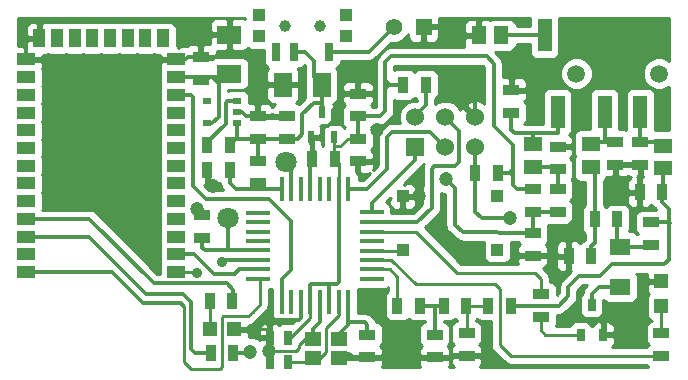
<source format=gtl>
G04 (created by PCBNEW (2013-jul-07)-stable) date 31.10.2015 (сб) 21,36,55 EET*
%MOIN*%
G04 Gerber Fmt 3.4, Leading zero omitted, Abs format*
%FSLAX34Y34*%
G01*
G70*
G90*
G04 APERTURE LIST*
%ADD10C,0.00590551*%
%ADD11R,0.0177X0.0787*%
%ADD12R,0.0787X0.0177*%
%ADD13R,0.0276X0.0394*%
%ADD14R,0.0236X0.0394*%
%ADD15R,0.055X0.035*%
%ADD16R,0.035X0.055*%
%ADD17R,0.0472441X0.110236*%
%ADD18C,0.0590551*%
%ADD19R,0.06X0.06*%
%ADD20C,0.06*%
%ADD21R,0.0708X0.0551*%
%ADD22R,0.0472X0.0472*%
%ADD23R,0.0590551X0.0393701*%
%ADD24R,0.0393701X0.0590551*%
%ADD25R,0.0551181X0.0472441*%
%ADD26R,0.0512X0.059*%
%ADD27R,0.059X0.0512*%
%ADD28R,0.03X0.02*%
%ADD29R,0.055X0.055*%
%ADD30C,0.055*%
%ADD31R,0.0314961X0.0590551*%
%ADD32R,0.0393701X0.0393701*%
%ADD33R,0.0433071X0.0393701*%
%ADD34C,0.0393701*%
%ADD35R,0.06X0.08*%
%ADD36R,0.08X0.06*%
%ADD37R,0.025X0.045*%
%ADD38C,0.0472441*%
%ADD39C,0.035*%
%ADD40C,0.0708661*%
%ADD41C,0.011811*%
%ADD42C,0.01*%
G04 APERTURE END LIST*
G54D10*
G54D11*
X52234Y-45596D03*
X51919Y-45596D03*
X51604Y-45596D03*
X51289Y-45596D03*
X50974Y-45596D03*
X50659Y-45596D03*
X50344Y-45596D03*
X50029Y-45596D03*
X50031Y-41830D03*
X52241Y-41830D03*
X51921Y-41830D03*
X51601Y-41830D03*
X51291Y-41830D03*
X50971Y-41830D03*
X50661Y-41830D03*
X50341Y-41830D03*
G54D12*
X49241Y-44812D03*
X49241Y-44498D03*
X49241Y-44182D03*
X49241Y-43868D03*
X49241Y-43552D03*
X49241Y-43238D03*
X49241Y-42922D03*
X49241Y-42608D03*
X53021Y-44810D03*
X53021Y-44500D03*
X53021Y-44180D03*
X53021Y-43870D03*
X53021Y-43560D03*
X53021Y-43240D03*
X53021Y-42920D03*
X53021Y-42600D03*
G54D13*
X60354Y-45681D03*
X60729Y-46681D03*
X59979Y-46681D03*
G54D14*
X51002Y-40101D03*
X51377Y-39269D03*
X51752Y-40101D03*
G54D15*
X61968Y-41004D03*
X61968Y-40254D03*
G54D16*
X51792Y-40826D03*
X51042Y-40826D03*
G54D15*
X50196Y-40138D03*
X50196Y-39388D03*
G54D16*
X47538Y-40354D03*
X48288Y-40354D03*
G54D15*
X49212Y-40138D03*
X49212Y-39388D03*
X47362Y-43445D03*
X47362Y-42695D03*
G54D16*
X57225Y-41299D03*
X56475Y-41299D03*
X61201Y-42834D03*
X60451Y-42834D03*
G54D15*
X52559Y-39390D03*
X52559Y-38640D03*
X57677Y-38522D03*
X57677Y-39272D03*
X61141Y-40254D03*
X61141Y-41004D03*
X59212Y-40412D03*
X59212Y-41162D03*
G54D16*
X61947Y-41929D03*
X62697Y-41929D03*
X60335Y-44055D03*
X59585Y-44055D03*
G54D15*
X49212Y-40884D03*
X49212Y-41634D03*
G54D16*
X48288Y-41181D03*
X47538Y-41181D03*
G54D15*
X55118Y-46672D03*
X55118Y-47422D03*
X47322Y-38170D03*
X47322Y-37420D03*
G54D16*
X48367Y-45551D03*
X47617Y-45551D03*
G54D15*
X52874Y-46672D03*
X52874Y-47422D03*
G54D16*
X54823Y-38346D03*
X54073Y-38346D03*
G54D15*
X52559Y-40886D03*
X52559Y-40136D03*
G54D16*
X48406Y-47283D03*
X47656Y-47283D03*
G54D15*
X58385Y-42579D03*
X58385Y-41829D03*
X58385Y-44036D03*
X58385Y-43286D03*
X59212Y-42579D03*
X59212Y-41829D03*
X58661Y-45333D03*
X58661Y-46083D03*
X62322Y-43682D03*
X62322Y-42932D03*
G54D16*
X56908Y-45708D03*
X57658Y-45708D03*
X56162Y-45708D03*
X55412Y-45708D03*
G54D15*
X56181Y-47382D03*
X56181Y-46632D03*
G54D16*
X53876Y-45708D03*
X54626Y-45708D03*
G54D17*
X61968Y-39251D03*
X60787Y-39251D03*
X59212Y-39251D03*
X58779Y-36692D03*
G54D18*
X62598Y-37972D03*
X59842Y-37972D03*
G54D19*
X54472Y-40421D03*
G54D20*
X54472Y-39421D03*
X55472Y-40421D03*
X55472Y-39421D03*
X56472Y-40421D03*
X56472Y-39421D03*
G54D21*
X61299Y-43740D03*
X61299Y-45078D03*
G54D22*
X47618Y-46496D03*
X48444Y-46496D03*
G54D23*
X46500Y-44586D03*
X46500Y-43996D03*
X46500Y-43405D03*
X46500Y-42814D03*
X46500Y-42224D03*
X46500Y-41633D03*
X46500Y-41043D03*
X46500Y-40452D03*
X46500Y-39862D03*
X46500Y-39271D03*
X46500Y-38681D03*
X46500Y-38090D03*
X46500Y-37500D03*
X41500Y-37500D03*
X41500Y-38090D03*
X41500Y-38681D03*
X41500Y-39271D03*
X41500Y-39862D03*
X41500Y-40452D03*
X41500Y-41043D03*
X41500Y-41633D03*
X41500Y-42224D03*
X41500Y-42814D03*
X41500Y-43405D03*
X41500Y-43996D03*
X41500Y-44586D03*
G54D24*
X46066Y-36791D03*
X45476Y-36791D03*
X44885Y-36791D03*
X44295Y-36791D03*
X43704Y-36791D03*
X43114Y-36791D03*
X42523Y-36791D03*
X41933Y-36791D03*
G54D25*
X51929Y-46811D03*
X51062Y-46811D03*
X51929Y-47440D03*
X51062Y-47440D03*
G54D26*
X56593Y-36692D03*
X57343Y-36692D03*
G54D27*
X60314Y-41083D03*
X60314Y-40333D03*
X58385Y-41083D03*
X58385Y-40333D03*
X62716Y-41123D03*
X62716Y-40373D03*
G54D28*
X48531Y-39626D03*
X48531Y-38876D03*
X47531Y-39626D03*
X48531Y-39251D03*
X47531Y-38876D03*
G54D29*
X54751Y-36417D03*
G54D30*
X53751Y-36417D03*
G54D31*
X51594Y-37244D03*
X50413Y-37244D03*
X49822Y-37244D03*
G54D32*
X52165Y-36732D03*
X49251Y-36732D03*
G54D33*
X52165Y-36023D03*
G54D32*
X49251Y-36023D03*
G54D34*
X51299Y-36377D03*
X50118Y-36377D03*
G54D35*
X51358Y-38346D03*
X50058Y-38346D03*
G54D36*
X48267Y-37972D03*
X48267Y-36672D03*
G54D32*
X54055Y-42066D03*
X54055Y-43838D03*
X57204Y-42066D03*
X57204Y-43838D03*
G54D15*
X62677Y-47382D03*
X62677Y-46632D03*
G54D22*
X62677Y-45727D03*
X62677Y-44901D03*
G54D37*
X50221Y-46771D03*
X49621Y-46771D03*
X50221Y-47598D03*
X49621Y-47598D03*
G54D38*
X49606Y-47204D03*
X53188Y-39842D03*
X54606Y-42047D03*
X53976Y-47204D03*
X57755Y-37598D03*
X61181Y-41850D03*
X52559Y-37874D03*
X47716Y-41732D03*
X49251Y-38385D03*
X56023Y-38267D03*
X61653Y-46299D03*
X47204Y-42480D03*
G54D39*
X48031Y-44251D03*
X47204Y-44606D03*
G54D40*
X48228Y-42795D03*
G54D38*
X57637Y-42795D03*
X48976Y-47244D03*
X55511Y-41496D03*
G54D40*
X50157Y-40905D03*
G54D41*
X49212Y-40884D02*
X49212Y-40138D01*
X50196Y-40138D02*
X50569Y-40138D01*
X51102Y-38937D02*
X51358Y-38937D01*
X50708Y-39330D02*
X51102Y-38937D01*
X50708Y-40000D02*
X50708Y-39330D01*
X50569Y-40138D02*
X50708Y-40000D01*
X49212Y-40138D02*
X50118Y-40138D01*
G54D42*
X50118Y-40138D02*
X50196Y-40060D01*
G54D41*
X48531Y-39626D02*
X48531Y-40138D01*
G54D42*
X48531Y-40138D02*
X48503Y-40138D01*
G54D41*
X49212Y-40138D02*
X48503Y-40138D01*
X48503Y-40138D02*
X48288Y-40354D01*
X50413Y-37244D02*
X50787Y-37244D01*
G54D42*
X51102Y-38090D02*
X51358Y-38346D01*
G54D41*
X51102Y-37559D02*
X51102Y-38090D01*
X50787Y-37244D02*
X51102Y-37559D01*
X51358Y-38346D02*
X51358Y-38937D01*
X51358Y-38937D02*
X51358Y-39249D01*
G54D42*
X51358Y-39249D02*
X51377Y-39269D01*
G54D41*
X47531Y-39626D02*
X47695Y-39626D01*
X47913Y-38307D02*
X47696Y-38090D01*
X47913Y-39409D02*
X47913Y-38307D01*
X47695Y-39626D02*
X47913Y-39409D01*
X47322Y-38170D02*
X47538Y-38170D01*
X47538Y-38170D02*
X47618Y-38090D01*
X46500Y-38090D02*
X47618Y-38090D01*
X47618Y-38090D02*
X47696Y-38090D01*
X47696Y-38090D02*
X48150Y-38090D01*
X48150Y-38090D02*
X48267Y-37972D01*
G54D42*
X58661Y-44803D02*
X58661Y-45333D01*
X58464Y-44606D02*
X58661Y-44803D01*
X55866Y-44606D02*
X58464Y-44606D01*
X54500Y-43240D02*
X55866Y-44606D01*
X53021Y-43240D02*
X54500Y-43240D01*
G54D41*
X48531Y-38876D02*
X48209Y-38876D01*
X47538Y-40256D02*
X47538Y-40354D01*
X48149Y-39645D02*
X47538Y-40256D01*
X48149Y-38937D02*
X48149Y-39645D01*
X48209Y-38876D02*
X48149Y-38937D01*
G54D42*
X51062Y-46811D02*
X50787Y-46811D01*
X50511Y-47204D02*
X49606Y-47204D01*
X50590Y-47125D02*
X50511Y-47204D01*
X50590Y-47007D02*
X50590Y-47125D01*
X50787Y-46811D02*
X50590Y-47007D01*
X49621Y-46889D02*
X49621Y-46629D01*
X49488Y-46496D02*
X48444Y-46496D01*
X49621Y-46629D02*
X49488Y-46496D01*
G54D41*
X50659Y-45596D02*
X50659Y-46111D01*
X49621Y-46205D02*
X49621Y-46732D01*
X49645Y-46181D02*
X49621Y-46205D01*
X50590Y-46181D02*
X49645Y-46181D01*
X50659Y-46111D02*
X50590Y-46181D01*
X52559Y-40886D02*
X53050Y-40886D01*
X53188Y-40748D02*
X53188Y-39842D01*
X53050Y-40886D02*
X53188Y-40748D01*
X54055Y-42066D02*
X54586Y-42066D01*
X54586Y-42066D02*
X54606Y-42047D01*
X52874Y-47422D02*
X53758Y-47422D01*
X53758Y-47422D02*
X53976Y-47204D01*
X57677Y-38522D02*
X57677Y-37677D01*
X57677Y-37677D02*
X57755Y-37598D01*
X61141Y-41004D02*
X61141Y-41811D01*
X61141Y-41811D02*
X61181Y-41850D01*
X52559Y-38640D02*
X52559Y-37874D01*
X47538Y-41181D02*
X47538Y-41554D01*
X47538Y-41554D02*
X47716Y-41732D01*
X50058Y-38346D02*
X49291Y-38346D01*
X49291Y-38346D02*
X49251Y-38385D01*
X56472Y-39421D02*
X56472Y-38716D01*
X56472Y-38716D02*
X56023Y-38267D01*
X60729Y-46681D02*
X61271Y-46681D01*
X61271Y-46681D02*
X61653Y-46299D01*
X51732Y-39566D02*
X51732Y-39173D01*
X51276Y-40101D02*
X51377Y-40000D01*
X51377Y-40000D02*
X51377Y-39724D01*
X51377Y-39724D02*
X51574Y-39724D01*
X51574Y-39724D02*
X51732Y-39566D01*
X51002Y-40101D02*
X51276Y-40101D01*
X52107Y-38640D02*
X52559Y-38640D01*
X52007Y-38740D02*
X52107Y-38640D01*
X52007Y-38897D02*
X52007Y-38740D01*
X51732Y-39173D02*
X52007Y-38897D01*
X47204Y-42480D02*
X47204Y-42538D01*
X47204Y-42538D02*
X47362Y-42695D01*
X47223Y-42499D02*
X47322Y-42499D01*
X47204Y-42480D02*
X47223Y-42499D01*
X50971Y-41830D02*
X50971Y-40897D01*
X50971Y-40897D02*
X51042Y-40826D01*
X41500Y-37500D02*
X41500Y-36893D01*
X41500Y-36893D02*
X41417Y-36811D01*
X51933Y-47314D02*
X52275Y-47314D01*
X52382Y-47422D02*
X52874Y-47422D01*
X52275Y-47314D02*
X52382Y-47422D01*
X46500Y-37500D02*
X46830Y-37500D01*
X46910Y-37420D02*
X47322Y-37420D01*
X46830Y-37500D02*
X46910Y-37420D01*
X48531Y-39251D02*
X48700Y-39251D01*
X48837Y-39388D02*
X49212Y-39388D01*
X48700Y-39251D02*
X48837Y-39388D01*
X51066Y-46492D02*
X51066Y-46685D01*
X51289Y-46269D02*
X51066Y-46492D01*
X51289Y-45596D02*
X51289Y-46269D01*
X62716Y-41123D02*
X62716Y-41910D01*
X62716Y-41910D02*
X62697Y-41929D01*
X62322Y-42932D02*
X62913Y-42932D01*
X62952Y-42952D02*
X62913Y-42952D01*
X62934Y-42952D02*
X62952Y-42952D01*
X62913Y-42932D02*
X62934Y-42952D01*
X62697Y-41929D02*
X62697Y-42264D01*
X59251Y-45708D02*
X57658Y-45708D01*
X59566Y-45393D02*
X59251Y-45708D01*
X59566Y-45078D02*
X59566Y-45393D01*
X59921Y-44724D02*
X59566Y-45078D01*
X60629Y-44724D02*
X59921Y-44724D01*
X61023Y-44330D02*
X60629Y-44724D01*
X62755Y-44330D02*
X61023Y-44330D01*
X62913Y-44173D02*
X62755Y-44330D01*
X62913Y-42480D02*
X62913Y-42952D01*
X62913Y-42952D02*
X62913Y-44173D01*
X62697Y-42264D02*
X62913Y-42480D01*
X54472Y-40842D02*
X54472Y-40421D01*
X53021Y-42293D02*
X54472Y-40842D01*
X53021Y-42600D02*
X53021Y-42293D01*
X55944Y-39893D02*
X55472Y-39421D01*
X53021Y-42920D02*
X54520Y-42920D01*
X54520Y-42920D02*
X55018Y-42457D01*
X55018Y-42457D02*
X55025Y-41139D01*
X55025Y-41139D02*
X55078Y-41062D01*
X55078Y-41062D02*
X55787Y-41062D01*
X55787Y-41062D02*
X55944Y-40905D01*
X55944Y-40905D02*
X55944Y-39893D01*
X55118Y-46672D02*
X55118Y-45708D01*
X55118Y-45708D02*
X55157Y-45708D01*
X54626Y-45708D02*
X55157Y-45708D01*
X55157Y-45708D02*
X55412Y-45708D01*
G54D42*
X56908Y-45708D02*
X56162Y-45708D01*
X56162Y-45708D02*
X56181Y-45727D01*
X56181Y-45727D02*
X56181Y-46632D01*
X58661Y-46083D02*
X58661Y-46535D01*
X58807Y-46681D02*
X59979Y-46681D01*
X58661Y-46535D02*
X58807Y-46681D01*
G54D41*
X46732Y-45314D02*
X45511Y-45314D01*
X46732Y-45314D02*
X47007Y-45590D01*
X47007Y-45590D02*
X47007Y-47165D01*
X47007Y-47165D02*
X47125Y-47283D01*
X47656Y-47283D02*
X47125Y-47283D01*
X43602Y-43405D02*
X41500Y-43405D01*
X45511Y-45314D02*
X43602Y-43405D01*
X62795Y-40254D02*
X62047Y-40254D01*
X62047Y-40254D02*
X61968Y-40333D01*
X61968Y-39251D02*
X61968Y-40333D01*
X60787Y-39251D02*
X60787Y-40254D01*
X60748Y-40236D02*
X60748Y-40254D01*
X60768Y-40236D02*
X60748Y-40236D01*
X60787Y-40254D02*
X60768Y-40236D01*
X61141Y-40254D02*
X60748Y-40254D01*
X60748Y-40254D02*
X60393Y-40254D01*
X60393Y-40254D02*
X60314Y-40333D01*
X58385Y-40333D02*
X58385Y-39960D01*
X57677Y-39272D02*
X57677Y-39842D01*
X57677Y-39842D02*
X57795Y-39960D01*
X57795Y-39960D02*
X58385Y-39960D01*
X58385Y-39960D02*
X59212Y-39960D01*
X59212Y-39251D02*
X59212Y-39960D01*
X57343Y-36692D02*
X58779Y-36692D01*
X60451Y-42834D02*
X60451Y-41220D01*
X60451Y-41220D02*
X60314Y-41083D01*
X60335Y-44055D02*
X60335Y-43719D01*
X60451Y-43603D02*
X60451Y-42834D01*
X60335Y-43719D02*
X60451Y-43603D01*
X52234Y-46259D02*
X52234Y-45596D01*
X52874Y-46672D02*
X52874Y-46338D01*
X52795Y-46259D02*
X52234Y-46259D01*
X52874Y-46338D02*
X52795Y-46259D01*
X51933Y-46685D02*
X51933Y-46649D01*
X52234Y-46347D02*
X52234Y-46259D01*
X51933Y-46649D02*
X52234Y-46347D01*
G54D42*
X50221Y-47598D02*
X50905Y-47598D01*
X50905Y-47598D02*
X51062Y-47440D01*
X51062Y-47440D02*
X51299Y-47440D01*
X51919Y-46033D02*
X51919Y-45596D01*
X51496Y-46456D02*
X51919Y-46033D01*
X51496Y-47244D02*
X51496Y-46456D01*
X51299Y-47440D02*
X51496Y-47244D01*
X54022Y-43870D02*
X54055Y-43838D01*
X53021Y-43870D02*
X54022Y-43870D01*
X62677Y-46632D02*
X62677Y-45727D01*
X53021Y-44180D02*
X53668Y-44180D01*
X53668Y-44180D02*
X54488Y-45000D01*
X57658Y-47382D02*
X62677Y-47382D01*
X57283Y-47007D02*
X57658Y-47382D01*
X57283Y-45157D02*
X57283Y-47007D01*
X57125Y-45000D02*
X57283Y-45157D01*
X54488Y-45000D02*
X57125Y-45000D01*
G54D41*
X60354Y-45681D02*
X60354Y-45314D01*
X60590Y-45078D02*
X61299Y-45078D01*
X60354Y-45314D02*
X60590Y-45078D01*
G54D42*
X54472Y-39421D02*
X54472Y-39385D01*
G54D41*
X54823Y-39034D02*
X54823Y-38346D01*
X54472Y-39385D02*
X54823Y-39034D01*
G54D42*
X47618Y-46496D02*
X47618Y-45552D01*
X47618Y-45552D02*
X47617Y-45551D01*
G54D41*
X61299Y-43740D02*
X62264Y-43740D01*
X62264Y-43740D02*
X62322Y-43682D01*
X61201Y-42834D02*
X61201Y-43643D01*
X61201Y-43643D02*
X61299Y-43740D01*
G54D42*
X53876Y-44743D02*
X53876Y-45708D01*
X53021Y-44500D02*
X53634Y-44500D01*
X53634Y-44500D02*
X53876Y-44743D01*
G54D41*
X48611Y-44498D02*
X49241Y-44498D01*
X48464Y-44645D02*
X48611Y-44498D01*
X47755Y-44645D02*
X48464Y-44645D01*
X46500Y-43996D02*
X47106Y-43996D01*
X47106Y-43996D02*
X47755Y-44645D01*
X41500Y-42814D02*
X43602Y-42814D01*
X48406Y-45178D02*
X48425Y-45472D01*
X48188Y-44960D02*
X48406Y-45178D01*
X45748Y-44960D02*
X48188Y-44960D01*
X43602Y-42814D02*
X45748Y-44960D01*
X51594Y-37244D02*
X52925Y-37244D01*
X52925Y-37244D02*
X53751Y-36417D01*
X46771Y-45748D02*
X46653Y-45629D01*
X41500Y-44586D02*
X44350Y-44586D01*
G54D42*
X46771Y-45748D02*
X46771Y-47598D01*
X46771Y-47598D02*
X47007Y-47834D01*
X47007Y-47834D02*
X47952Y-47834D01*
X47952Y-47834D02*
X48031Y-47755D01*
X48031Y-47755D02*
X48031Y-46102D01*
X48031Y-46102D02*
X48070Y-46062D01*
X48070Y-46062D02*
X48897Y-46062D01*
X48897Y-46062D02*
X49055Y-45905D01*
X49055Y-45905D02*
X49291Y-45669D01*
X49291Y-45669D02*
X49291Y-44862D01*
X49291Y-44862D02*
X49241Y-44812D01*
G54D41*
X45393Y-45629D02*
X44350Y-44586D01*
X46653Y-45629D02*
X45393Y-45629D01*
G54D42*
X46500Y-44586D02*
X47185Y-44586D01*
X47185Y-44586D02*
X47204Y-44606D01*
G54D41*
X48100Y-44182D02*
X49241Y-44182D01*
G54D42*
X48031Y-44251D02*
X48100Y-44182D01*
G54D41*
X46500Y-38681D02*
X46988Y-38681D01*
X46988Y-38681D02*
X47047Y-38740D01*
X50029Y-44812D02*
X50029Y-45596D01*
X50314Y-44527D02*
X50029Y-44812D01*
X50314Y-42874D02*
X50314Y-44527D01*
X49606Y-42165D02*
X50314Y-42874D01*
X47480Y-42165D02*
X49606Y-42165D01*
X47047Y-41732D02*
X47480Y-42165D01*
X47047Y-38740D02*
X47047Y-41732D01*
X58385Y-41083D02*
X59133Y-41083D01*
X59133Y-41083D02*
X59212Y-41162D01*
X59212Y-41162D02*
X59212Y-41829D01*
X49271Y-41830D02*
X50031Y-41830D01*
X48484Y-41830D02*
X49271Y-41830D01*
X48288Y-41634D02*
X48484Y-41830D01*
X49212Y-41634D02*
X49212Y-41771D01*
X49212Y-41771D02*
X49271Y-41830D01*
X48288Y-41181D02*
X48288Y-41634D01*
X48228Y-43267D02*
X48228Y-43868D01*
X48228Y-42795D02*
X48228Y-43267D01*
X56692Y-42795D02*
X57637Y-42795D01*
X48228Y-43868D02*
X48228Y-43818D01*
X48228Y-43818D02*
X48228Y-43868D01*
G54D42*
X48188Y-43868D02*
X48188Y-43858D01*
X48188Y-43858D02*
X48188Y-43868D01*
G54D41*
X47451Y-43868D02*
X48188Y-43868D01*
X48188Y-43868D02*
X48228Y-43868D01*
X48228Y-43868D02*
X49241Y-43868D01*
X56475Y-42577D02*
X56692Y-42795D01*
X47362Y-43779D02*
X47451Y-43868D01*
X56475Y-41299D02*
X56475Y-42577D01*
X56475Y-41299D02*
X56475Y-40424D01*
X56475Y-40424D02*
X56472Y-40421D01*
X47362Y-43445D02*
X47362Y-43779D01*
X48406Y-47283D02*
X48937Y-47283D01*
X48937Y-47283D02*
X48976Y-47244D01*
X52241Y-41830D02*
X52854Y-41830D01*
X52854Y-41830D02*
X53543Y-41141D01*
X54972Y-39921D02*
X55472Y-40421D01*
X53700Y-39921D02*
X54972Y-39921D01*
X53543Y-40078D02*
X53700Y-39921D01*
X53543Y-41141D02*
X53543Y-40078D01*
X50341Y-41089D02*
X50341Y-41830D01*
X58385Y-43286D02*
X56058Y-43266D01*
X56058Y-43266D02*
X55784Y-43028D01*
X55784Y-43028D02*
X55787Y-41771D01*
X55787Y-41771D02*
X55511Y-41496D01*
X50157Y-40905D02*
X50341Y-41089D01*
X58385Y-43286D02*
X58385Y-42579D01*
X58385Y-42579D02*
X59212Y-42579D01*
G54D42*
X50974Y-45596D02*
X50974Y-46111D01*
X50221Y-46865D02*
X50221Y-46889D01*
X50974Y-46111D02*
X50221Y-46865D01*
G54D41*
X51604Y-44990D02*
X51604Y-45596D01*
X50974Y-45009D02*
X50974Y-45596D01*
X51921Y-41830D02*
X51921Y-44928D01*
X51921Y-44928D02*
X51859Y-44990D01*
X51614Y-44990D02*
X50993Y-44990D01*
X50993Y-44990D02*
X50974Y-45009D01*
X51859Y-44990D02*
X51614Y-44990D01*
X51614Y-44990D02*
X51604Y-44990D01*
X57598Y-41299D02*
X57637Y-41299D01*
X57637Y-41299D02*
X57716Y-41377D01*
X57225Y-41299D02*
X57598Y-41299D01*
X57598Y-41299D02*
X57716Y-41181D01*
X58385Y-41829D02*
X57853Y-41829D01*
X57853Y-41829D02*
X57716Y-41692D01*
X57716Y-41692D02*
X57716Y-41377D01*
X53464Y-37598D02*
X53464Y-38188D01*
X53661Y-37401D02*
X53464Y-37598D01*
X56850Y-37401D02*
X53661Y-37401D01*
X57086Y-37637D02*
X56850Y-37401D01*
X57086Y-39724D02*
X57086Y-37637D01*
X57716Y-40354D02*
X57086Y-39724D01*
X57716Y-41377D02*
X57716Y-41181D01*
X57716Y-41181D02*
X57716Y-40354D01*
X53582Y-38346D02*
X53582Y-38307D01*
X53582Y-38307D02*
X53464Y-38188D01*
X53464Y-38188D02*
X53464Y-38464D01*
X52559Y-39390D02*
X53286Y-39390D01*
X53582Y-38346D02*
X54073Y-38346D01*
X53464Y-38464D02*
X53582Y-38346D01*
X53464Y-39212D02*
X53464Y-38464D01*
X53286Y-39390D02*
X53464Y-39212D01*
X52559Y-40136D02*
X52559Y-39390D01*
G54D42*
X51752Y-40393D02*
X51968Y-40393D01*
X52225Y-40136D02*
X52559Y-40136D01*
X51968Y-40393D02*
X52225Y-40136D01*
X51752Y-40101D02*
X51752Y-40393D01*
X51752Y-40393D02*
X51752Y-40787D01*
X51752Y-40787D02*
X51792Y-40826D01*
X51921Y-41830D02*
X51921Y-40956D01*
X51921Y-40956D02*
X51792Y-40826D01*
G54D10*
G36*
X46557Y-37550D02*
X46550Y-37550D01*
X46550Y-37557D01*
X46513Y-37557D01*
X46450Y-37557D01*
X46450Y-37550D01*
X46017Y-37550D01*
X45954Y-37612D01*
X45954Y-37647D01*
X45954Y-37746D01*
X45974Y-37795D01*
X45954Y-37843D01*
X45954Y-37943D01*
X45954Y-38336D01*
X45974Y-38385D01*
X45954Y-38434D01*
X45954Y-38533D01*
X45954Y-38927D01*
X45974Y-38976D01*
X45954Y-39024D01*
X45954Y-39124D01*
X45954Y-39518D01*
X45974Y-39566D01*
X45954Y-39615D01*
X45954Y-39714D01*
X45954Y-40108D01*
X45974Y-40157D01*
X45954Y-40205D01*
X45954Y-40305D01*
X45954Y-40699D01*
X45974Y-40748D01*
X45954Y-40796D01*
X45954Y-40895D01*
X45954Y-41289D01*
X45974Y-41338D01*
X45954Y-41387D01*
X45954Y-41486D01*
X45954Y-41880D01*
X45974Y-41929D01*
X45954Y-41977D01*
X45954Y-42077D01*
X45954Y-42470D01*
X45974Y-42519D01*
X45954Y-42568D01*
X45954Y-42667D01*
X45954Y-43061D01*
X45974Y-43110D01*
X45954Y-43158D01*
X45954Y-43258D01*
X45954Y-43651D01*
X45974Y-43700D01*
X45954Y-43749D01*
X45954Y-43848D01*
X45954Y-44242D01*
X45974Y-44291D01*
X45954Y-44339D01*
X45954Y-44439D01*
X45954Y-44651D01*
X45876Y-44651D01*
X43820Y-42596D01*
X43720Y-42529D01*
X43602Y-42505D01*
X42030Y-42505D01*
X42045Y-42471D01*
X42045Y-42371D01*
X42045Y-41978D01*
X42025Y-41929D01*
X42045Y-41880D01*
X42045Y-41781D01*
X42045Y-41387D01*
X42025Y-41338D01*
X42045Y-41290D01*
X42045Y-41190D01*
X42045Y-40796D01*
X42025Y-40748D01*
X42045Y-40699D01*
X42045Y-40600D01*
X42045Y-40206D01*
X42025Y-40157D01*
X42045Y-40109D01*
X42045Y-40009D01*
X42045Y-39615D01*
X42025Y-39566D01*
X42045Y-39518D01*
X42045Y-39418D01*
X42045Y-39025D01*
X42025Y-38976D01*
X42045Y-38927D01*
X42045Y-38828D01*
X42045Y-38434D01*
X42025Y-38385D01*
X42045Y-38337D01*
X42045Y-38237D01*
X42045Y-37844D01*
X42025Y-37795D01*
X42045Y-37746D01*
X42045Y-37647D01*
X42045Y-37612D01*
X41982Y-37550D01*
X41550Y-37550D01*
X41550Y-37557D01*
X41450Y-37557D01*
X41450Y-37550D01*
X41442Y-37550D01*
X41442Y-37450D01*
X41450Y-37450D01*
X41450Y-37442D01*
X41550Y-37442D01*
X41550Y-37450D01*
X41982Y-37450D01*
X42045Y-37387D01*
X42045Y-37352D01*
X42045Y-37336D01*
X42045Y-37336D01*
X42179Y-37336D01*
X42228Y-37316D01*
X42276Y-37336D01*
X42376Y-37336D01*
X42769Y-37336D01*
X42818Y-37316D01*
X42867Y-37336D01*
X42966Y-37336D01*
X43360Y-37336D01*
X43409Y-37316D01*
X43457Y-37336D01*
X43557Y-37336D01*
X43951Y-37336D01*
X44000Y-37316D01*
X44048Y-37336D01*
X44147Y-37336D01*
X44541Y-37336D01*
X44590Y-37316D01*
X44639Y-37336D01*
X44738Y-37336D01*
X45132Y-37336D01*
X45181Y-37316D01*
X45229Y-37336D01*
X45329Y-37336D01*
X45722Y-37336D01*
X45771Y-37316D01*
X45820Y-37336D01*
X45919Y-37336D01*
X45954Y-37336D01*
X45954Y-37352D01*
X45954Y-37387D01*
X46017Y-37450D01*
X46450Y-37450D01*
X46450Y-37442D01*
X46513Y-37442D01*
X46550Y-37442D01*
X46550Y-37450D01*
X46557Y-37450D01*
X46557Y-37550D01*
X46557Y-37550D01*
G37*
G54D42*
X46557Y-37550D02*
X46550Y-37550D01*
X46550Y-37557D01*
X46513Y-37557D01*
X46450Y-37557D01*
X46450Y-37550D01*
X46017Y-37550D01*
X45954Y-37612D01*
X45954Y-37647D01*
X45954Y-37746D01*
X45974Y-37795D01*
X45954Y-37843D01*
X45954Y-37943D01*
X45954Y-38336D01*
X45974Y-38385D01*
X45954Y-38434D01*
X45954Y-38533D01*
X45954Y-38927D01*
X45974Y-38976D01*
X45954Y-39024D01*
X45954Y-39124D01*
X45954Y-39518D01*
X45974Y-39566D01*
X45954Y-39615D01*
X45954Y-39714D01*
X45954Y-40108D01*
X45974Y-40157D01*
X45954Y-40205D01*
X45954Y-40305D01*
X45954Y-40699D01*
X45974Y-40748D01*
X45954Y-40796D01*
X45954Y-40895D01*
X45954Y-41289D01*
X45974Y-41338D01*
X45954Y-41387D01*
X45954Y-41486D01*
X45954Y-41880D01*
X45974Y-41929D01*
X45954Y-41977D01*
X45954Y-42077D01*
X45954Y-42470D01*
X45974Y-42519D01*
X45954Y-42568D01*
X45954Y-42667D01*
X45954Y-43061D01*
X45974Y-43110D01*
X45954Y-43158D01*
X45954Y-43258D01*
X45954Y-43651D01*
X45974Y-43700D01*
X45954Y-43749D01*
X45954Y-43848D01*
X45954Y-44242D01*
X45974Y-44291D01*
X45954Y-44339D01*
X45954Y-44439D01*
X45954Y-44651D01*
X45876Y-44651D01*
X43820Y-42596D01*
X43720Y-42529D01*
X43602Y-42505D01*
X42030Y-42505D01*
X42045Y-42471D01*
X42045Y-42371D01*
X42045Y-41978D01*
X42025Y-41929D01*
X42045Y-41880D01*
X42045Y-41781D01*
X42045Y-41387D01*
X42025Y-41338D01*
X42045Y-41290D01*
X42045Y-41190D01*
X42045Y-40796D01*
X42025Y-40748D01*
X42045Y-40699D01*
X42045Y-40600D01*
X42045Y-40206D01*
X42025Y-40157D01*
X42045Y-40109D01*
X42045Y-40009D01*
X42045Y-39615D01*
X42025Y-39566D01*
X42045Y-39518D01*
X42045Y-39418D01*
X42045Y-39025D01*
X42025Y-38976D01*
X42045Y-38927D01*
X42045Y-38828D01*
X42045Y-38434D01*
X42025Y-38385D01*
X42045Y-38337D01*
X42045Y-38237D01*
X42045Y-37844D01*
X42025Y-37795D01*
X42045Y-37746D01*
X42045Y-37647D01*
X42045Y-37612D01*
X41982Y-37550D01*
X41550Y-37550D01*
X41550Y-37557D01*
X41450Y-37557D01*
X41450Y-37550D01*
X41442Y-37550D01*
X41442Y-37450D01*
X41450Y-37450D01*
X41450Y-37442D01*
X41550Y-37442D01*
X41550Y-37450D01*
X41982Y-37450D01*
X42045Y-37387D01*
X42045Y-37352D01*
X42045Y-37336D01*
X42045Y-37336D01*
X42179Y-37336D01*
X42228Y-37316D01*
X42276Y-37336D01*
X42376Y-37336D01*
X42769Y-37336D01*
X42818Y-37316D01*
X42867Y-37336D01*
X42966Y-37336D01*
X43360Y-37336D01*
X43409Y-37316D01*
X43457Y-37336D01*
X43557Y-37336D01*
X43951Y-37336D01*
X44000Y-37316D01*
X44048Y-37336D01*
X44147Y-37336D01*
X44541Y-37336D01*
X44590Y-37316D01*
X44639Y-37336D01*
X44738Y-37336D01*
X45132Y-37336D01*
X45181Y-37316D01*
X45229Y-37336D01*
X45329Y-37336D01*
X45722Y-37336D01*
X45771Y-37316D01*
X45820Y-37336D01*
X45919Y-37336D01*
X45954Y-37336D01*
X45954Y-37352D01*
X45954Y-37387D01*
X46017Y-37450D01*
X46450Y-37450D01*
X46450Y-37442D01*
X46513Y-37442D01*
X46550Y-37442D01*
X46550Y-37450D01*
X46557Y-37450D01*
X46557Y-37550D01*
G54D10*
G36*
X47420Y-42745D02*
X47412Y-42745D01*
X47412Y-42753D01*
X47312Y-42753D01*
X47312Y-42745D01*
X47304Y-42745D01*
X47304Y-42645D01*
X47312Y-42645D01*
X47312Y-42637D01*
X47412Y-42637D01*
X47412Y-42645D01*
X47420Y-42645D01*
X47420Y-42745D01*
X47420Y-42745D01*
G37*
G54D42*
X47420Y-42745D02*
X47412Y-42745D01*
X47412Y-42753D01*
X47312Y-42753D01*
X47312Y-42745D01*
X47304Y-42745D01*
X47304Y-42645D01*
X47312Y-42645D01*
X47312Y-42637D01*
X47412Y-42637D01*
X47412Y-42645D01*
X47420Y-42645D01*
X47420Y-42745D01*
G54D10*
G36*
X48072Y-41856D02*
X47608Y-41856D01*
X47442Y-41689D01*
X47488Y-41643D01*
X47488Y-41231D01*
X47480Y-41231D01*
X47480Y-41131D01*
X47488Y-41131D01*
X47488Y-41123D01*
X47588Y-41123D01*
X47588Y-41131D01*
X47596Y-41131D01*
X47596Y-41231D01*
X47588Y-41231D01*
X47588Y-41643D01*
X47650Y-41706D01*
X47762Y-41706D01*
X47854Y-41668D01*
X47913Y-41609D01*
X47971Y-41667D01*
X47987Y-41674D01*
X47987Y-41674D01*
X48002Y-41753D01*
X48069Y-41853D01*
X48072Y-41856D01*
X48072Y-41856D01*
G37*
G54D42*
X48072Y-41856D02*
X47608Y-41856D01*
X47442Y-41689D01*
X47488Y-41643D01*
X47488Y-41231D01*
X47480Y-41231D01*
X47480Y-41131D01*
X47488Y-41131D01*
X47488Y-41123D01*
X47588Y-41123D01*
X47588Y-41131D01*
X47596Y-41131D01*
X47596Y-41231D01*
X47588Y-41231D01*
X47588Y-41643D01*
X47650Y-41706D01*
X47762Y-41706D01*
X47854Y-41668D01*
X47913Y-41609D01*
X47971Y-41667D01*
X47987Y-41674D01*
X47987Y-41674D01*
X48002Y-41753D01*
X48069Y-41853D01*
X48072Y-41856D01*
G54D10*
G36*
X48589Y-39276D02*
X48473Y-39276D01*
X48473Y-39227D01*
X48589Y-39227D01*
X48589Y-39276D01*
X48589Y-39276D01*
G37*
G54D42*
X48589Y-39276D02*
X48473Y-39276D01*
X48473Y-39227D01*
X48589Y-39227D01*
X48589Y-39276D01*
G54D10*
G36*
X50422Y-46240D02*
X50365Y-46296D01*
X50296Y-46296D01*
X50046Y-46296D01*
X49954Y-46334D01*
X49921Y-46368D01*
X49887Y-46334D01*
X49795Y-46296D01*
X49733Y-46296D01*
X49671Y-46359D01*
X49671Y-46721D01*
X49679Y-46721D01*
X49679Y-46821D01*
X49671Y-46821D01*
X49671Y-47184D01*
X49672Y-47185D01*
X49671Y-47185D01*
X49671Y-47548D01*
X49679Y-47548D01*
X49679Y-47648D01*
X49671Y-47648D01*
X49671Y-47656D01*
X49571Y-47656D01*
X49571Y-47648D01*
X49563Y-47648D01*
X49563Y-47548D01*
X49571Y-47548D01*
X49571Y-47185D01*
X49570Y-47185D01*
X49571Y-47184D01*
X49571Y-46821D01*
X49571Y-46721D01*
X49571Y-46359D01*
X49508Y-46296D01*
X49446Y-46296D01*
X49354Y-46334D01*
X49284Y-46404D01*
X49246Y-46496D01*
X49246Y-46596D01*
X49246Y-46659D01*
X49308Y-46721D01*
X49571Y-46721D01*
X49571Y-46821D01*
X49308Y-46821D01*
X49275Y-46855D01*
X49252Y-46832D01*
X49073Y-46757D01*
X48930Y-46757D01*
X48930Y-46682D01*
X48930Y-46608D01*
X48867Y-46546D01*
X48494Y-46546D01*
X48494Y-46553D01*
X48394Y-46553D01*
X48394Y-46546D01*
X48386Y-46546D01*
X48386Y-46446D01*
X48394Y-46446D01*
X48394Y-46438D01*
X48494Y-46438D01*
X48494Y-46446D01*
X48867Y-46446D01*
X48930Y-46383D01*
X48930Y-46356D01*
X49012Y-46340D01*
X49012Y-46340D01*
X49109Y-46275D01*
X49267Y-46117D01*
X49267Y-46117D01*
X49267Y-46117D01*
X49503Y-45881D01*
X49568Y-45784D01*
X49591Y-45669D01*
X49591Y-45669D01*
X49591Y-45151D01*
X49684Y-45151D01*
X49693Y-45147D01*
X49691Y-45153D01*
X49691Y-45252D01*
X49691Y-46039D01*
X49729Y-46131D01*
X49799Y-46202D01*
X49891Y-46240D01*
X49990Y-46240D01*
X50167Y-46240D01*
X50187Y-46232D01*
X50206Y-46240D01*
X50305Y-46240D01*
X50422Y-46240D01*
X50422Y-46240D01*
G37*
G54D42*
X50422Y-46240D02*
X50365Y-46296D01*
X50296Y-46296D01*
X50046Y-46296D01*
X49954Y-46334D01*
X49921Y-46368D01*
X49887Y-46334D01*
X49795Y-46296D01*
X49733Y-46296D01*
X49671Y-46359D01*
X49671Y-46721D01*
X49679Y-46721D01*
X49679Y-46821D01*
X49671Y-46821D01*
X49671Y-47184D01*
X49672Y-47185D01*
X49671Y-47185D01*
X49671Y-47548D01*
X49679Y-47548D01*
X49679Y-47648D01*
X49671Y-47648D01*
X49671Y-47656D01*
X49571Y-47656D01*
X49571Y-47648D01*
X49563Y-47648D01*
X49563Y-47548D01*
X49571Y-47548D01*
X49571Y-47185D01*
X49570Y-47185D01*
X49571Y-47184D01*
X49571Y-46821D01*
X49571Y-46721D01*
X49571Y-46359D01*
X49508Y-46296D01*
X49446Y-46296D01*
X49354Y-46334D01*
X49284Y-46404D01*
X49246Y-46496D01*
X49246Y-46596D01*
X49246Y-46659D01*
X49308Y-46721D01*
X49571Y-46721D01*
X49571Y-46821D01*
X49308Y-46821D01*
X49275Y-46855D01*
X49252Y-46832D01*
X49073Y-46757D01*
X48930Y-46757D01*
X48930Y-46682D01*
X48930Y-46608D01*
X48867Y-46546D01*
X48494Y-46546D01*
X48494Y-46553D01*
X48394Y-46553D01*
X48394Y-46546D01*
X48386Y-46546D01*
X48386Y-46446D01*
X48394Y-46446D01*
X48394Y-46438D01*
X48494Y-46438D01*
X48494Y-46446D01*
X48867Y-46446D01*
X48930Y-46383D01*
X48930Y-46356D01*
X49012Y-46340D01*
X49012Y-46340D01*
X49109Y-46275D01*
X49267Y-46117D01*
X49267Y-46117D01*
X49267Y-46117D01*
X49503Y-45881D01*
X49568Y-45784D01*
X49591Y-45669D01*
X49591Y-45669D01*
X49591Y-45151D01*
X49684Y-45151D01*
X49693Y-45147D01*
X49691Y-45153D01*
X49691Y-45252D01*
X49691Y-46039D01*
X49729Y-46131D01*
X49799Y-46202D01*
X49891Y-46240D01*
X49990Y-46240D01*
X50167Y-46240D01*
X50187Y-46232D01*
X50206Y-46240D01*
X50305Y-46240D01*
X50422Y-46240D01*
G54D10*
G36*
X50808Y-38793D02*
X50604Y-38998D01*
X50521Y-38963D01*
X50487Y-38963D01*
X50500Y-38958D01*
X50570Y-38888D01*
X50608Y-38796D01*
X50608Y-38696D01*
X50608Y-38458D01*
X50546Y-38396D01*
X50108Y-38396D01*
X50108Y-38404D01*
X50008Y-38404D01*
X50008Y-38396D01*
X49571Y-38396D01*
X49508Y-38458D01*
X49508Y-38696D01*
X49508Y-38796D01*
X49546Y-38888D01*
X49617Y-38958D01*
X49709Y-38996D01*
X49793Y-38996D01*
X49780Y-39001D01*
X49709Y-39072D01*
X49704Y-39084D01*
X49699Y-39072D01*
X49629Y-39001D01*
X49537Y-38963D01*
X49438Y-38963D01*
X49325Y-38963D01*
X49262Y-39026D01*
X49262Y-39338D01*
X49675Y-39338D01*
X49704Y-39309D01*
X49734Y-39338D01*
X50146Y-39338D01*
X50146Y-39330D01*
X50246Y-39330D01*
X50246Y-39338D01*
X50254Y-39338D01*
X50254Y-39438D01*
X50246Y-39438D01*
X50246Y-39446D01*
X50146Y-39446D01*
X50146Y-39438D01*
X49734Y-39438D01*
X49704Y-39468D01*
X49675Y-39438D01*
X49262Y-39438D01*
X49262Y-39446D01*
X49162Y-39446D01*
X49162Y-39438D01*
X49154Y-39438D01*
X49154Y-39338D01*
X49162Y-39338D01*
X49162Y-39026D01*
X49100Y-38963D01*
X48987Y-38963D01*
X48931Y-38963D01*
X48931Y-38927D01*
X48931Y-38727D01*
X48893Y-38635D01*
X48823Y-38565D01*
X48731Y-38527D01*
X48631Y-38526D01*
X48331Y-38526D01*
X48240Y-38564D01*
X48237Y-38567D01*
X48222Y-38567D01*
X48222Y-38522D01*
X48717Y-38522D01*
X48809Y-38484D01*
X48879Y-38414D01*
X48917Y-38322D01*
X48917Y-38223D01*
X48917Y-37623D01*
X48879Y-37531D01*
X48809Y-37461D01*
X48717Y-37422D01*
X48618Y-37422D01*
X48217Y-37422D01*
X48217Y-37160D01*
X48217Y-36722D01*
X48217Y-36622D01*
X48217Y-36185D01*
X48155Y-36122D01*
X47917Y-36122D01*
X47817Y-36122D01*
X47725Y-36161D01*
X47655Y-36231D01*
X47617Y-36323D01*
X47617Y-36560D01*
X47680Y-36622D01*
X48217Y-36622D01*
X48217Y-36722D01*
X47680Y-36722D01*
X47617Y-36785D01*
X47617Y-36995D01*
X47548Y-36995D01*
X47435Y-36995D01*
X47372Y-37057D01*
X47372Y-37370D01*
X47785Y-37370D01*
X47847Y-37307D01*
X47847Y-37222D01*
X47917Y-37222D01*
X48155Y-37222D01*
X48217Y-37160D01*
X48217Y-37422D01*
X47818Y-37422D01*
X47726Y-37460D01*
X47716Y-37470D01*
X47372Y-37470D01*
X47372Y-37478D01*
X47272Y-37478D01*
X47272Y-37470D01*
X47264Y-37470D01*
X47264Y-37370D01*
X47272Y-37370D01*
X47272Y-37057D01*
X47210Y-36995D01*
X47097Y-36995D01*
X46997Y-36995D01*
X46906Y-37033D01*
X46874Y-37065D01*
X46844Y-37053D01*
X46612Y-37053D01*
X46550Y-37115D01*
X46550Y-37053D01*
X46513Y-37053D01*
X46513Y-37053D01*
X46513Y-37037D01*
X46513Y-36446D01*
X46475Y-36354D01*
X46405Y-36284D01*
X46313Y-36246D01*
X46214Y-36246D01*
X45820Y-36246D01*
X45771Y-36266D01*
X45723Y-36246D01*
X45623Y-36246D01*
X45230Y-36246D01*
X45181Y-36266D01*
X45132Y-36246D01*
X45033Y-36246D01*
X44639Y-36246D01*
X44590Y-36266D01*
X44542Y-36246D01*
X44442Y-36246D01*
X44048Y-36246D01*
X43999Y-36266D01*
X43951Y-36246D01*
X43852Y-36246D01*
X43458Y-36246D01*
X43409Y-36266D01*
X43360Y-36246D01*
X43261Y-36246D01*
X42867Y-36246D01*
X42818Y-36266D01*
X42770Y-36246D01*
X42670Y-36246D01*
X42277Y-36246D01*
X42228Y-36266D01*
X42179Y-36246D01*
X42045Y-36246D01*
X41983Y-36308D01*
X41983Y-36741D01*
X41990Y-36741D01*
X41990Y-36841D01*
X41983Y-36841D01*
X41983Y-36849D01*
X41883Y-36849D01*
X41883Y-36841D01*
X41883Y-36741D01*
X41883Y-36308D01*
X41820Y-36246D01*
X41686Y-36246D01*
X41594Y-36283D01*
X41524Y-36354D01*
X41486Y-36446D01*
X41486Y-36545D01*
X41486Y-36678D01*
X41548Y-36741D01*
X41883Y-36741D01*
X41883Y-36841D01*
X41548Y-36841D01*
X41486Y-36903D01*
X41486Y-37037D01*
X41486Y-37053D01*
X41449Y-37053D01*
X41449Y-37115D01*
X41387Y-37053D01*
X41224Y-37053D01*
X41224Y-36106D01*
X48805Y-36106D01*
X48805Y-36159D01*
X48717Y-36122D01*
X48618Y-36122D01*
X48380Y-36122D01*
X48317Y-36185D01*
X48317Y-36622D01*
X48325Y-36622D01*
X48325Y-36722D01*
X48317Y-36722D01*
X48317Y-37160D01*
X48380Y-37222D01*
X48618Y-37222D01*
X48717Y-37222D01*
X48809Y-37184D01*
X48879Y-37114D01*
X48881Y-37109D01*
X48913Y-37140D01*
X49005Y-37179D01*
X49104Y-37179D01*
X49415Y-37179D01*
X49415Y-37588D01*
X49453Y-37680D01*
X49523Y-37751D01*
X49577Y-37773D01*
X49546Y-37804D01*
X49508Y-37896D01*
X49508Y-37995D01*
X49508Y-38233D01*
X49571Y-38296D01*
X50008Y-38296D01*
X50008Y-38288D01*
X50108Y-38288D01*
X50108Y-38296D01*
X50546Y-38296D01*
X50608Y-38233D01*
X50608Y-37995D01*
X50608Y-37896D01*
X50570Y-37804D01*
X50555Y-37789D01*
X50620Y-37789D01*
X50712Y-37751D01*
X50782Y-37681D01*
X50784Y-37677D01*
X50793Y-37687D01*
X50793Y-38090D01*
X50808Y-38167D01*
X50808Y-38793D01*
X50808Y-38793D01*
G37*
G54D42*
X50808Y-38793D02*
X50604Y-38998D01*
X50521Y-38963D01*
X50487Y-38963D01*
X50500Y-38958D01*
X50570Y-38888D01*
X50608Y-38796D01*
X50608Y-38696D01*
X50608Y-38458D01*
X50546Y-38396D01*
X50108Y-38396D01*
X50108Y-38404D01*
X50008Y-38404D01*
X50008Y-38396D01*
X49571Y-38396D01*
X49508Y-38458D01*
X49508Y-38696D01*
X49508Y-38796D01*
X49546Y-38888D01*
X49617Y-38958D01*
X49709Y-38996D01*
X49793Y-38996D01*
X49780Y-39001D01*
X49709Y-39072D01*
X49704Y-39084D01*
X49699Y-39072D01*
X49629Y-39001D01*
X49537Y-38963D01*
X49438Y-38963D01*
X49325Y-38963D01*
X49262Y-39026D01*
X49262Y-39338D01*
X49675Y-39338D01*
X49704Y-39309D01*
X49734Y-39338D01*
X50146Y-39338D01*
X50146Y-39330D01*
X50246Y-39330D01*
X50246Y-39338D01*
X50254Y-39338D01*
X50254Y-39438D01*
X50246Y-39438D01*
X50246Y-39446D01*
X50146Y-39446D01*
X50146Y-39438D01*
X49734Y-39438D01*
X49704Y-39468D01*
X49675Y-39438D01*
X49262Y-39438D01*
X49262Y-39446D01*
X49162Y-39446D01*
X49162Y-39438D01*
X49154Y-39438D01*
X49154Y-39338D01*
X49162Y-39338D01*
X49162Y-39026D01*
X49100Y-38963D01*
X48987Y-38963D01*
X48931Y-38963D01*
X48931Y-38927D01*
X48931Y-38727D01*
X48893Y-38635D01*
X48823Y-38565D01*
X48731Y-38527D01*
X48631Y-38526D01*
X48331Y-38526D01*
X48240Y-38564D01*
X48237Y-38567D01*
X48222Y-38567D01*
X48222Y-38522D01*
X48717Y-38522D01*
X48809Y-38484D01*
X48879Y-38414D01*
X48917Y-38322D01*
X48917Y-38223D01*
X48917Y-37623D01*
X48879Y-37531D01*
X48809Y-37461D01*
X48717Y-37422D01*
X48618Y-37422D01*
X48217Y-37422D01*
X48217Y-37160D01*
X48217Y-36722D01*
X48217Y-36622D01*
X48217Y-36185D01*
X48155Y-36122D01*
X47917Y-36122D01*
X47817Y-36122D01*
X47725Y-36161D01*
X47655Y-36231D01*
X47617Y-36323D01*
X47617Y-36560D01*
X47680Y-36622D01*
X48217Y-36622D01*
X48217Y-36722D01*
X47680Y-36722D01*
X47617Y-36785D01*
X47617Y-36995D01*
X47548Y-36995D01*
X47435Y-36995D01*
X47372Y-37057D01*
X47372Y-37370D01*
X47785Y-37370D01*
X47847Y-37307D01*
X47847Y-37222D01*
X47917Y-37222D01*
X48155Y-37222D01*
X48217Y-37160D01*
X48217Y-37422D01*
X47818Y-37422D01*
X47726Y-37460D01*
X47716Y-37470D01*
X47372Y-37470D01*
X47372Y-37478D01*
X47272Y-37478D01*
X47272Y-37470D01*
X47264Y-37470D01*
X47264Y-37370D01*
X47272Y-37370D01*
X47272Y-37057D01*
X47210Y-36995D01*
X47097Y-36995D01*
X46997Y-36995D01*
X46906Y-37033D01*
X46874Y-37065D01*
X46844Y-37053D01*
X46612Y-37053D01*
X46550Y-37115D01*
X46550Y-37053D01*
X46513Y-37053D01*
X46513Y-37053D01*
X46513Y-37037D01*
X46513Y-36446D01*
X46475Y-36354D01*
X46405Y-36284D01*
X46313Y-36246D01*
X46214Y-36246D01*
X45820Y-36246D01*
X45771Y-36266D01*
X45723Y-36246D01*
X45623Y-36246D01*
X45230Y-36246D01*
X45181Y-36266D01*
X45132Y-36246D01*
X45033Y-36246D01*
X44639Y-36246D01*
X44590Y-36266D01*
X44542Y-36246D01*
X44442Y-36246D01*
X44048Y-36246D01*
X43999Y-36266D01*
X43951Y-36246D01*
X43852Y-36246D01*
X43458Y-36246D01*
X43409Y-36266D01*
X43360Y-36246D01*
X43261Y-36246D01*
X42867Y-36246D01*
X42818Y-36266D01*
X42770Y-36246D01*
X42670Y-36246D01*
X42277Y-36246D01*
X42228Y-36266D01*
X42179Y-36246D01*
X42045Y-36246D01*
X41983Y-36308D01*
X41983Y-36741D01*
X41990Y-36741D01*
X41990Y-36841D01*
X41983Y-36841D01*
X41983Y-36849D01*
X41883Y-36849D01*
X41883Y-36841D01*
X41883Y-36741D01*
X41883Y-36308D01*
X41820Y-36246D01*
X41686Y-36246D01*
X41594Y-36283D01*
X41524Y-36354D01*
X41486Y-36446D01*
X41486Y-36545D01*
X41486Y-36678D01*
X41548Y-36741D01*
X41883Y-36741D01*
X41883Y-36841D01*
X41548Y-36841D01*
X41486Y-36903D01*
X41486Y-37037D01*
X41486Y-37053D01*
X41449Y-37053D01*
X41449Y-37115D01*
X41387Y-37053D01*
X41224Y-37053D01*
X41224Y-36106D01*
X48805Y-36106D01*
X48805Y-36159D01*
X48717Y-36122D01*
X48618Y-36122D01*
X48380Y-36122D01*
X48317Y-36185D01*
X48317Y-36622D01*
X48325Y-36622D01*
X48325Y-36722D01*
X48317Y-36722D01*
X48317Y-37160D01*
X48380Y-37222D01*
X48618Y-37222D01*
X48717Y-37222D01*
X48809Y-37184D01*
X48879Y-37114D01*
X48881Y-37109D01*
X48913Y-37140D01*
X49005Y-37179D01*
X49104Y-37179D01*
X49415Y-37179D01*
X49415Y-37588D01*
X49453Y-37680D01*
X49523Y-37751D01*
X49577Y-37773D01*
X49546Y-37804D01*
X49508Y-37896D01*
X49508Y-37995D01*
X49508Y-38233D01*
X49571Y-38296D01*
X50008Y-38296D01*
X50008Y-38288D01*
X50108Y-38288D01*
X50108Y-38296D01*
X50546Y-38296D01*
X50608Y-38233D01*
X50608Y-37995D01*
X50608Y-37896D01*
X50570Y-37804D01*
X50555Y-37789D01*
X50620Y-37789D01*
X50712Y-37751D01*
X50782Y-37681D01*
X50784Y-37677D01*
X50793Y-37687D01*
X50793Y-38090D01*
X50808Y-38167D01*
X50808Y-38793D01*
G54D10*
G36*
X51120Y-46861D02*
X51112Y-46861D01*
X51112Y-46868D01*
X51012Y-46868D01*
X51012Y-46861D01*
X51005Y-46861D01*
X51005Y-46761D01*
X51012Y-46761D01*
X51012Y-46753D01*
X51112Y-46753D01*
X51112Y-46761D01*
X51120Y-46761D01*
X51120Y-46861D01*
X51120Y-46861D01*
G37*
G54D42*
X51120Y-46861D02*
X51112Y-46861D01*
X51112Y-46868D01*
X51012Y-46868D01*
X51012Y-46861D01*
X51005Y-46861D01*
X51005Y-46761D01*
X51012Y-46761D01*
X51012Y-46753D01*
X51112Y-46753D01*
X51112Y-46761D01*
X51120Y-46761D01*
X51120Y-46861D01*
G54D10*
G36*
X51469Y-39716D02*
X51423Y-39762D01*
X51384Y-39854D01*
X51384Y-39953D01*
X51384Y-40347D01*
X51397Y-40378D01*
X51369Y-40350D01*
X51370Y-40347D01*
X51370Y-40248D01*
X51370Y-40213D01*
X51308Y-40151D01*
X51052Y-40151D01*
X51052Y-40485D01*
X51092Y-40524D01*
X51092Y-40776D01*
X51100Y-40776D01*
X51100Y-40876D01*
X51092Y-40876D01*
X51092Y-40884D01*
X50992Y-40884D01*
X50992Y-40876D01*
X50984Y-40876D01*
X50984Y-40776D01*
X50992Y-40776D01*
X50992Y-40364D01*
X50952Y-40324D01*
X50952Y-40179D01*
X50952Y-40179D01*
X50994Y-40118D01*
X50994Y-40118D01*
X51009Y-40043D01*
X51052Y-40043D01*
X51052Y-40051D01*
X51308Y-40051D01*
X51370Y-39988D01*
X51370Y-39953D01*
X51370Y-39854D01*
X51332Y-39762D01*
X51286Y-39716D01*
X51309Y-39716D01*
X51469Y-39716D01*
X51469Y-39716D01*
G37*
G54D42*
X51469Y-39716D02*
X51423Y-39762D01*
X51384Y-39854D01*
X51384Y-39953D01*
X51384Y-40347D01*
X51397Y-40378D01*
X51369Y-40350D01*
X51370Y-40347D01*
X51370Y-40248D01*
X51370Y-40213D01*
X51308Y-40151D01*
X51052Y-40151D01*
X51052Y-40485D01*
X51092Y-40524D01*
X51092Y-40776D01*
X51100Y-40776D01*
X51100Y-40876D01*
X51092Y-40876D01*
X51092Y-40884D01*
X50992Y-40884D01*
X50992Y-40876D01*
X50984Y-40876D01*
X50984Y-40776D01*
X50992Y-40776D01*
X50992Y-40364D01*
X50952Y-40324D01*
X50952Y-40179D01*
X50952Y-40179D01*
X50994Y-40118D01*
X50994Y-40118D01*
X51009Y-40043D01*
X51052Y-40043D01*
X51052Y-40051D01*
X51308Y-40051D01*
X51370Y-39988D01*
X51370Y-39953D01*
X51370Y-39854D01*
X51332Y-39762D01*
X51286Y-39716D01*
X51309Y-39716D01*
X51469Y-39716D01*
G54D10*
G36*
X54514Y-38871D02*
X54363Y-38871D01*
X54161Y-38954D01*
X54006Y-39109D01*
X53922Y-39311D01*
X53922Y-39530D01*
X53956Y-39612D01*
X53700Y-39612D01*
X53582Y-39635D01*
X53482Y-39702D01*
X53324Y-39860D01*
X53257Y-39960D01*
X53234Y-40078D01*
X53234Y-41013D01*
X53047Y-41200D01*
X53084Y-41111D01*
X53084Y-40999D01*
X53021Y-40936D01*
X52609Y-40936D01*
X52609Y-41249D01*
X52671Y-41311D01*
X52784Y-41311D01*
X52884Y-41311D01*
X52973Y-41274D01*
X52726Y-41521D01*
X52580Y-41521D01*
X52580Y-41387D01*
X52542Y-41295D01*
X52502Y-41255D01*
X52509Y-41249D01*
X52509Y-40936D01*
X52501Y-40936D01*
X52501Y-40836D01*
X52509Y-40836D01*
X52509Y-40828D01*
X52609Y-40828D01*
X52609Y-40836D01*
X53021Y-40836D01*
X53084Y-40774D01*
X53084Y-40662D01*
X53046Y-40570D01*
X52987Y-40511D01*
X53045Y-40453D01*
X53084Y-40361D01*
X53084Y-40262D01*
X53084Y-39912D01*
X53046Y-39820D01*
X52989Y-39763D01*
X53045Y-39707D01*
X53049Y-39699D01*
X53286Y-39699D01*
X53404Y-39676D01*
X53404Y-39676D01*
X53504Y-39609D01*
X53683Y-39431D01*
X53683Y-39431D01*
X53683Y-39431D01*
X53750Y-39330D01*
X53750Y-39330D01*
X53773Y-39212D01*
X53773Y-38840D01*
X53848Y-38871D01*
X53948Y-38871D01*
X54298Y-38871D01*
X54390Y-38833D01*
X54448Y-38775D01*
X54507Y-38833D01*
X54514Y-38836D01*
X54514Y-38871D01*
X54514Y-38871D01*
G37*
G54D42*
X54514Y-38871D02*
X54363Y-38871D01*
X54161Y-38954D01*
X54006Y-39109D01*
X53922Y-39311D01*
X53922Y-39530D01*
X53956Y-39612D01*
X53700Y-39612D01*
X53582Y-39635D01*
X53482Y-39702D01*
X53324Y-39860D01*
X53257Y-39960D01*
X53234Y-40078D01*
X53234Y-41013D01*
X53047Y-41200D01*
X53084Y-41111D01*
X53084Y-40999D01*
X53021Y-40936D01*
X52609Y-40936D01*
X52609Y-41249D01*
X52671Y-41311D01*
X52784Y-41311D01*
X52884Y-41311D01*
X52973Y-41274D01*
X52726Y-41521D01*
X52580Y-41521D01*
X52580Y-41387D01*
X52542Y-41295D01*
X52502Y-41255D01*
X52509Y-41249D01*
X52509Y-40936D01*
X52501Y-40936D01*
X52501Y-40836D01*
X52509Y-40836D01*
X52509Y-40828D01*
X52609Y-40828D01*
X52609Y-40836D01*
X53021Y-40836D01*
X53084Y-40774D01*
X53084Y-40662D01*
X53046Y-40570D01*
X52987Y-40511D01*
X53045Y-40453D01*
X53084Y-40361D01*
X53084Y-40262D01*
X53084Y-39912D01*
X53046Y-39820D01*
X52989Y-39763D01*
X53045Y-39707D01*
X53049Y-39699D01*
X53286Y-39699D01*
X53404Y-39676D01*
X53404Y-39676D01*
X53504Y-39609D01*
X53683Y-39431D01*
X53683Y-39431D01*
X53683Y-39431D01*
X53750Y-39330D01*
X53750Y-39330D01*
X53773Y-39212D01*
X53773Y-38840D01*
X53848Y-38871D01*
X53948Y-38871D01*
X54298Y-38871D01*
X54390Y-38833D01*
X54448Y-38775D01*
X54507Y-38833D01*
X54514Y-38836D01*
X54514Y-38871D01*
G54D10*
G36*
X54768Y-40971D02*
X54758Y-40992D01*
X54740Y-41019D01*
X54734Y-41046D01*
X54723Y-41072D01*
X54722Y-41106D01*
X54716Y-41138D01*
X54710Y-42322D01*
X54502Y-42515D01*
X54502Y-42214D01*
X54501Y-42179D01*
X54439Y-42116D01*
X54105Y-42116D01*
X54105Y-42451D01*
X54167Y-42513D01*
X54301Y-42513D01*
X54393Y-42475D01*
X54463Y-42405D01*
X54501Y-42313D01*
X54502Y-42214D01*
X54502Y-42515D01*
X54398Y-42611D01*
X54005Y-42611D01*
X53665Y-42611D01*
X53665Y-42462D01*
X53627Y-42370D01*
X53557Y-42300D01*
X53482Y-42269D01*
X53635Y-42116D01*
X53670Y-42116D01*
X53608Y-42179D01*
X53608Y-42214D01*
X53608Y-42313D01*
X53646Y-42405D01*
X53716Y-42475D01*
X53808Y-42513D01*
X53942Y-42513D01*
X54005Y-42451D01*
X54005Y-42116D01*
X53997Y-42116D01*
X53997Y-42016D01*
X54005Y-42016D01*
X54005Y-42009D01*
X54105Y-42009D01*
X54105Y-42016D01*
X54439Y-42016D01*
X54501Y-41954D01*
X54502Y-41919D01*
X54501Y-41820D01*
X54463Y-41728D01*
X54393Y-41658D01*
X54301Y-41620D01*
X54167Y-41620D01*
X54105Y-41682D01*
X54105Y-41646D01*
X54690Y-41061D01*
X54750Y-40971D01*
X54768Y-40971D01*
X54768Y-40971D01*
G37*
G54D42*
X54768Y-40971D02*
X54758Y-40992D01*
X54740Y-41019D01*
X54734Y-41046D01*
X54723Y-41072D01*
X54722Y-41106D01*
X54716Y-41138D01*
X54710Y-42322D01*
X54502Y-42515D01*
X54502Y-42214D01*
X54501Y-42179D01*
X54439Y-42116D01*
X54105Y-42116D01*
X54105Y-42451D01*
X54167Y-42513D01*
X54301Y-42513D01*
X54393Y-42475D01*
X54463Y-42405D01*
X54501Y-42313D01*
X54502Y-42214D01*
X54502Y-42515D01*
X54398Y-42611D01*
X54005Y-42611D01*
X53665Y-42611D01*
X53665Y-42462D01*
X53627Y-42370D01*
X53557Y-42300D01*
X53482Y-42269D01*
X53635Y-42116D01*
X53670Y-42116D01*
X53608Y-42179D01*
X53608Y-42214D01*
X53608Y-42313D01*
X53646Y-42405D01*
X53716Y-42475D01*
X53808Y-42513D01*
X53942Y-42513D01*
X54005Y-42451D01*
X54005Y-42116D01*
X53997Y-42116D01*
X53997Y-42016D01*
X54005Y-42016D01*
X54005Y-42009D01*
X54105Y-42009D01*
X54105Y-42016D01*
X54439Y-42016D01*
X54501Y-41954D01*
X54502Y-41919D01*
X54501Y-41820D01*
X54463Y-41728D01*
X54393Y-41658D01*
X54301Y-41620D01*
X54167Y-41620D01*
X54105Y-41682D01*
X54105Y-41646D01*
X54690Y-41061D01*
X54750Y-40971D01*
X54768Y-40971D01*
G54D10*
G36*
X56777Y-39000D02*
X56760Y-38940D01*
X56554Y-38866D01*
X56335Y-38877D01*
X56184Y-38940D01*
X56157Y-39035D01*
X56472Y-39350D01*
X56478Y-39344D01*
X56548Y-39415D01*
X56543Y-39421D01*
X56548Y-39426D01*
X56478Y-39497D01*
X56472Y-39491D01*
X56466Y-39497D01*
X56396Y-39426D01*
X56401Y-39421D01*
X56086Y-39106D01*
X55991Y-39133D01*
X55971Y-39188D01*
X55938Y-39110D01*
X55784Y-38955D01*
X55582Y-38871D01*
X55363Y-38871D01*
X55161Y-38954D01*
X55132Y-38983D01*
X55132Y-38836D01*
X55140Y-38833D01*
X55210Y-38763D01*
X55248Y-38671D01*
X55248Y-38571D01*
X55248Y-38021D01*
X55210Y-37930D01*
X55140Y-37859D01*
X55048Y-37821D01*
X54949Y-37821D01*
X54599Y-37821D01*
X54507Y-37859D01*
X54448Y-37917D01*
X54390Y-37859D01*
X54298Y-37821D01*
X54199Y-37821D01*
X53849Y-37821D01*
X53773Y-37852D01*
X53773Y-37726D01*
X53789Y-37710D01*
X56722Y-37710D01*
X56777Y-37765D01*
X56777Y-39000D01*
X56777Y-39000D01*
G37*
G54D42*
X56777Y-39000D02*
X56760Y-38940D01*
X56554Y-38866D01*
X56335Y-38877D01*
X56184Y-38940D01*
X56157Y-39035D01*
X56472Y-39350D01*
X56478Y-39344D01*
X56548Y-39415D01*
X56543Y-39421D01*
X56548Y-39426D01*
X56478Y-39497D01*
X56472Y-39491D01*
X56466Y-39497D01*
X56396Y-39426D01*
X56401Y-39421D01*
X56086Y-39106D01*
X55991Y-39133D01*
X55971Y-39188D01*
X55938Y-39110D01*
X55784Y-38955D01*
X55582Y-38871D01*
X55363Y-38871D01*
X55161Y-38954D01*
X55132Y-38983D01*
X55132Y-38836D01*
X55140Y-38833D01*
X55210Y-38763D01*
X55248Y-38671D01*
X55248Y-38571D01*
X55248Y-38021D01*
X55210Y-37930D01*
X55140Y-37859D01*
X55048Y-37821D01*
X54949Y-37821D01*
X54599Y-37821D01*
X54507Y-37859D01*
X54448Y-37917D01*
X54390Y-37859D01*
X54298Y-37821D01*
X54199Y-37821D01*
X53849Y-37821D01*
X53773Y-37852D01*
X53773Y-37726D01*
X53789Y-37710D01*
X56722Y-37710D01*
X56777Y-37765D01*
X56777Y-39000D01*
G54D10*
G36*
X58293Y-36106D02*
X58293Y-36191D01*
X58293Y-36383D01*
X57849Y-36383D01*
X57849Y-36348D01*
X57811Y-36256D01*
X57741Y-36186D01*
X57649Y-36147D01*
X57549Y-36147D01*
X57037Y-36147D01*
X56968Y-36176D01*
X56899Y-36147D01*
X56706Y-36147D01*
X56643Y-36210D01*
X56643Y-36642D01*
X56651Y-36642D01*
X56651Y-36742D01*
X56643Y-36742D01*
X56643Y-36750D01*
X56543Y-36750D01*
X56543Y-36742D01*
X56543Y-36642D01*
X56543Y-36210D01*
X56481Y-36147D01*
X56287Y-36147D01*
X56196Y-36185D01*
X56125Y-36256D01*
X56087Y-36347D01*
X56087Y-36447D01*
X56087Y-36580D01*
X56150Y-36642D01*
X56543Y-36642D01*
X56543Y-36742D01*
X56150Y-36742D01*
X56087Y-36805D01*
X56087Y-36938D01*
X56087Y-37037D01*
X56110Y-37092D01*
X55277Y-37092D01*
X55277Y-36642D01*
X55276Y-36529D01*
X55214Y-36467D01*
X54801Y-36467D01*
X54801Y-36879D01*
X54864Y-36942D01*
X55076Y-36942D01*
X55168Y-36904D01*
X55238Y-36834D01*
X55276Y-36742D01*
X55277Y-36642D01*
X55277Y-37092D01*
X53661Y-37092D01*
X53661Y-37092D01*
X53637Y-37097D01*
X53543Y-37116D01*
X53442Y-37183D01*
X53442Y-37183D01*
X53246Y-37379D01*
X53179Y-37480D01*
X53155Y-37598D01*
X53155Y-38188D01*
X53155Y-38464D01*
X53155Y-39081D01*
X53049Y-39081D01*
X53046Y-39074D01*
X52987Y-39015D01*
X53046Y-38957D01*
X53084Y-38865D01*
X53084Y-38416D01*
X53046Y-38324D01*
X52975Y-38253D01*
X52884Y-38215D01*
X52784Y-38215D01*
X52671Y-38215D01*
X52609Y-38278D01*
X52609Y-38590D01*
X53021Y-38590D01*
X53084Y-38528D01*
X53084Y-38416D01*
X53084Y-38865D01*
X53084Y-38753D01*
X53021Y-38690D01*
X52609Y-38690D01*
X52609Y-38698D01*
X52509Y-38698D01*
X52509Y-38690D01*
X52509Y-38590D01*
X52509Y-38278D01*
X52446Y-38215D01*
X52333Y-38215D01*
X52234Y-38215D01*
X52142Y-38253D01*
X52071Y-38324D01*
X52034Y-38416D01*
X52034Y-38528D01*
X52096Y-38590D01*
X52509Y-38590D01*
X52509Y-38690D01*
X52096Y-38690D01*
X52034Y-38753D01*
X52034Y-38865D01*
X52071Y-38957D01*
X52130Y-39015D01*
X52072Y-39073D01*
X52034Y-39165D01*
X52034Y-39265D01*
X52034Y-39615D01*
X52071Y-39707D01*
X52128Y-39763D01*
X52096Y-39795D01*
X52083Y-39762D01*
X52012Y-39692D01*
X51920Y-39654D01*
X51821Y-39653D01*
X51661Y-39653D01*
X51707Y-39607D01*
X51745Y-39515D01*
X51745Y-39416D01*
X51745Y-39022D01*
X51731Y-38986D01*
X51800Y-38958D01*
X51870Y-38888D01*
X51908Y-38796D01*
X51908Y-38696D01*
X51908Y-37896D01*
X51870Y-37805D01*
X51839Y-37773D01*
X51893Y-37751D01*
X51963Y-37681D01*
X52001Y-37589D01*
X52001Y-37553D01*
X52925Y-37553D01*
X53043Y-37529D01*
X53043Y-37529D01*
X53143Y-37462D01*
X53664Y-36942D01*
X53855Y-36942D01*
X54048Y-36862D01*
X54196Y-36715D01*
X54226Y-36642D01*
X54226Y-36642D01*
X54227Y-36742D01*
X54265Y-36834D01*
X54335Y-36904D01*
X54427Y-36942D01*
X54639Y-36942D01*
X54701Y-36879D01*
X54701Y-36467D01*
X54694Y-36467D01*
X54694Y-36367D01*
X54701Y-36367D01*
X54701Y-36359D01*
X54801Y-36359D01*
X54801Y-36367D01*
X55214Y-36367D01*
X55276Y-36304D01*
X55277Y-36191D01*
X55276Y-36106D01*
X58293Y-36106D01*
X58293Y-36106D01*
G37*
G54D42*
X58293Y-36106D02*
X58293Y-36191D01*
X58293Y-36383D01*
X57849Y-36383D01*
X57849Y-36348D01*
X57811Y-36256D01*
X57741Y-36186D01*
X57649Y-36147D01*
X57549Y-36147D01*
X57037Y-36147D01*
X56968Y-36176D01*
X56899Y-36147D01*
X56706Y-36147D01*
X56643Y-36210D01*
X56643Y-36642D01*
X56651Y-36642D01*
X56651Y-36742D01*
X56643Y-36742D01*
X56643Y-36750D01*
X56543Y-36750D01*
X56543Y-36742D01*
X56543Y-36642D01*
X56543Y-36210D01*
X56481Y-36147D01*
X56287Y-36147D01*
X56196Y-36185D01*
X56125Y-36256D01*
X56087Y-36347D01*
X56087Y-36447D01*
X56087Y-36580D01*
X56150Y-36642D01*
X56543Y-36642D01*
X56543Y-36742D01*
X56150Y-36742D01*
X56087Y-36805D01*
X56087Y-36938D01*
X56087Y-37037D01*
X56110Y-37092D01*
X55277Y-37092D01*
X55277Y-36642D01*
X55276Y-36529D01*
X55214Y-36467D01*
X54801Y-36467D01*
X54801Y-36879D01*
X54864Y-36942D01*
X55076Y-36942D01*
X55168Y-36904D01*
X55238Y-36834D01*
X55276Y-36742D01*
X55277Y-36642D01*
X55277Y-37092D01*
X53661Y-37092D01*
X53661Y-37092D01*
X53637Y-37097D01*
X53543Y-37116D01*
X53442Y-37183D01*
X53442Y-37183D01*
X53246Y-37379D01*
X53179Y-37480D01*
X53155Y-37598D01*
X53155Y-38188D01*
X53155Y-38464D01*
X53155Y-39081D01*
X53049Y-39081D01*
X53046Y-39074D01*
X52987Y-39015D01*
X53046Y-38957D01*
X53084Y-38865D01*
X53084Y-38416D01*
X53046Y-38324D01*
X52975Y-38253D01*
X52884Y-38215D01*
X52784Y-38215D01*
X52671Y-38215D01*
X52609Y-38278D01*
X52609Y-38590D01*
X53021Y-38590D01*
X53084Y-38528D01*
X53084Y-38416D01*
X53084Y-38865D01*
X53084Y-38753D01*
X53021Y-38690D01*
X52609Y-38690D01*
X52609Y-38698D01*
X52509Y-38698D01*
X52509Y-38690D01*
X52509Y-38590D01*
X52509Y-38278D01*
X52446Y-38215D01*
X52333Y-38215D01*
X52234Y-38215D01*
X52142Y-38253D01*
X52071Y-38324D01*
X52034Y-38416D01*
X52034Y-38528D01*
X52096Y-38590D01*
X52509Y-38590D01*
X52509Y-38690D01*
X52096Y-38690D01*
X52034Y-38753D01*
X52034Y-38865D01*
X52071Y-38957D01*
X52130Y-39015D01*
X52072Y-39073D01*
X52034Y-39165D01*
X52034Y-39265D01*
X52034Y-39615D01*
X52071Y-39707D01*
X52128Y-39763D01*
X52096Y-39795D01*
X52083Y-39762D01*
X52012Y-39692D01*
X51920Y-39654D01*
X51821Y-39653D01*
X51661Y-39653D01*
X51707Y-39607D01*
X51745Y-39515D01*
X51745Y-39416D01*
X51745Y-39022D01*
X51731Y-38986D01*
X51800Y-38958D01*
X51870Y-38888D01*
X51908Y-38796D01*
X51908Y-38696D01*
X51908Y-37896D01*
X51870Y-37805D01*
X51839Y-37773D01*
X51893Y-37751D01*
X51963Y-37681D01*
X52001Y-37589D01*
X52001Y-37553D01*
X52925Y-37553D01*
X53043Y-37529D01*
X53043Y-37529D01*
X53143Y-37462D01*
X53664Y-36942D01*
X53855Y-36942D01*
X54048Y-36862D01*
X54196Y-36715D01*
X54226Y-36642D01*
X54226Y-36642D01*
X54227Y-36742D01*
X54265Y-36834D01*
X54335Y-36904D01*
X54427Y-36942D01*
X54639Y-36942D01*
X54701Y-36879D01*
X54701Y-36467D01*
X54694Y-36467D01*
X54694Y-36367D01*
X54701Y-36367D01*
X54701Y-36359D01*
X54801Y-36359D01*
X54801Y-36367D01*
X55214Y-36367D01*
X55276Y-36304D01*
X55277Y-36191D01*
X55276Y-36106D01*
X58293Y-36106D01*
G54D10*
G36*
X62242Y-47751D02*
X56615Y-47751D01*
X56668Y-47699D01*
X56706Y-47607D01*
X56706Y-47495D01*
X56643Y-47432D01*
X56231Y-47432D01*
X56231Y-47440D01*
X56131Y-47440D01*
X56131Y-47432D01*
X55718Y-47432D01*
X55656Y-47495D01*
X55656Y-47607D01*
X55694Y-47699D01*
X55746Y-47751D01*
X55591Y-47751D01*
X55605Y-47738D01*
X55643Y-47646D01*
X55643Y-47534D01*
X55580Y-47472D01*
X55168Y-47472D01*
X55168Y-47480D01*
X55068Y-47480D01*
X55068Y-47472D01*
X54655Y-47472D01*
X54593Y-47534D01*
X54593Y-47646D01*
X54631Y-47738D01*
X54644Y-47751D01*
X53347Y-47751D01*
X53361Y-47738D01*
X53399Y-47646D01*
X53399Y-47534D01*
X53336Y-47472D01*
X52924Y-47472D01*
X52924Y-47480D01*
X52824Y-47480D01*
X52824Y-47472D01*
X52411Y-47472D01*
X52392Y-47491D01*
X52392Y-47490D01*
X51979Y-47490D01*
X51979Y-47498D01*
X51879Y-47498D01*
X51879Y-47490D01*
X51871Y-47490D01*
X51871Y-47390D01*
X51879Y-47390D01*
X51879Y-47383D01*
X51979Y-47383D01*
X51979Y-47390D01*
X52392Y-47390D01*
X52411Y-47371D01*
X52411Y-47372D01*
X52824Y-47372D01*
X52824Y-47364D01*
X52924Y-47364D01*
X52924Y-47372D01*
X53336Y-47372D01*
X53399Y-47309D01*
X53399Y-47197D01*
X53361Y-47105D01*
X53302Y-47047D01*
X53360Y-46989D01*
X53398Y-46897D01*
X53399Y-46797D01*
X53399Y-46447D01*
X53361Y-46355D01*
X53290Y-46285D01*
X53198Y-46247D01*
X53164Y-46247D01*
X53159Y-46220D01*
X53159Y-46220D01*
X53092Y-46120D01*
X53092Y-46120D01*
X53013Y-46041D01*
X52913Y-45974D01*
X52795Y-45950D01*
X52573Y-45950D01*
X52573Y-45940D01*
X52573Y-45153D01*
X52569Y-45145D01*
X52578Y-45149D01*
X52677Y-45149D01*
X53464Y-45149D01*
X53556Y-45111D01*
X53576Y-45091D01*
X53576Y-45214D01*
X53560Y-45221D01*
X53490Y-45291D01*
X53452Y-45383D01*
X53451Y-45483D01*
X53451Y-46033D01*
X53489Y-46125D01*
X53560Y-46195D01*
X53652Y-46233D01*
X53751Y-46233D01*
X54101Y-46233D01*
X54193Y-46195D01*
X54252Y-46137D01*
X54310Y-46195D01*
X54402Y-46233D01*
X54501Y-46233D01*
X54809Y-46233D01*
X54809Y-46247D01*
X54793Y-46247D01*
X54701Y-46285D01*
X54631Y-46355D01*
X54593Y-46447D01*
X54593Y-46546D01*
X54593Y-46896D01*
X54631Y-46988D01*
X54689Y-47047D01*
X54631Y-47105D01*
X54593Y-47197D01*
X54593Y-47309D01*
X54655Y-47372D01*
X55068Y-47372D01*
X55068Y-47364D01*
X55168Y-47364D01*
X55168Y-47372D01*
X55580Y-47372D01*
X55643Y-47309D01*
X55643Y-47197D01*
X55605Y-47105D01*
X55546Y-47047D01*
X55604Y-46989D01*
X55643Y-46897D01*
X55643Y-46797D01*
X55643Y-46447D01*
X55605Y-46355D01*
X55534Y-46285D01*
X55443Y-46247D01*
X55427Y-46247D01*
X55427Y-46233D01*
X55636Y-46233D01*
X55728Y-46195D01*
X55787Y-46137D01*
X55845Y-46195D01*
X55875Y-46207D01*
X55856Y-46207D01*
X55764Y-46245D01*
X55694Y-46316D01*
X55656Y-46407D01*
X55656Y-46507D01*
X55656Y-46857D01*
X55694Y-46949D01*
X55752Y-47007D01*
X55694Y-47066D01*
X55656Y-47158D01*
X55656Y-47270D01*
X55718Y-47332D01*
X56131Y-47332D01*
X56131Y-47325D01*
X56231Y-47325D01*
X56231Y-47332D01*
X56643Y-47332D01*
X56706Y-47270D01*
X56706Y-47158D01*
X56668Y-47066D01*
X56609Y-47007D01*
X56667Y-46949D01*
X56706Y-46857D01*
X56706Y-46758D01*
X56706Y-46408D01*
X56668Y-46316D01*
X56597Y-46246D01*
X56506Y-46207D01*
X56481Y-46207D01*
X56481Y-46193D01*
X56535Y-46139D01*
X56591Y-46195D01*
X56683Y-46233D01*
X56782Y-46233D01*
X56983Y-46233D01*
X56983Y-47007D01*
X57006Y-47122D01*
X57071Y-47220D01*
X57446Y-47595D01*
X57446Y-47595D01*
X57543Y-47660D01*
X57658Y-47682D01*
X62183Y-47682D01*
X62190Y-47699D01*
X62242Y-47751D01*
X62242Y-47751D01*
G37*
G54D42*
X62242Y-47751D02*
X56615Y-47751D01*
X56668Y-47699D01*
X56706Y-47607D01*
X56706Y-47495D01*
X56643Y-47432D01*
X56231Y-47432D01*
X56231Y-47440D01*
X56131Y-47440D01*
X56131Y-47432D01*
X55718Y-47432D01*
X55656Y-47495D01*
X55656Y-47607D01*
X55694Y-47699D01*
X55746Y-47751D01*
X55591Y-47751D01*
X55605Y-47738D01*
X55643Y-47646D01*
X55643Y-47534D01*
X55580Y-47472D01*
X55168Y-47472D01*
X55168Y-47480D01*
X55068Y-47480D01*
X55068Y-47472D01*
X54655Y-47472D01*
X54593Y-47534D01*
X54593Y-47646D01*
X54631Y-47738D01*
X54644Y-47751D01*
X53347Y-47751D01*
X53361Y-47738D01*
X53399Y-47646D01*
X53399Y-47534D01*
X53336Y-47472D01*
X52924Y-47472D01*
X52924Y-47480D01*
X52824Y-47480D01*
X52824Y-47472D01*
X52411Y-47472D01*
X52392Y-47491D01*
X52392Y-47490D01*
X51979Y-47490D01*
X51979Y-47498D01*
X51879Y-47498D01*
X51879Y-47490D01*
X51871Y-47490D01*
X51871Y-47390D01*
X51879Y-47390D01*
X51879Y-47383D01*
X51979Y-47383D01*
X51979Y-47390D01*
X52392Y-47390D01*
X52411Y-47371D01*
X52411Y-47372D01*
X52824Y-47372D01*
X52824Y-47364D01*
X52924Y-47364D01*
X52924Y-47372D01*
X53336Y-47372D01*
X53399Y-47309D01*
X53399Y-47197D01*
X53361Y-47105D01*
X53302Y-47047D01*
X53360Y-46989D01*
X53398Y-46897D01*
X53399Y-46797D01*
X53399Y-46447D01*
X53361Y-46355D01*
X53290Y-46285D01*
X53198Y-46247D01*
X53164Y-46247D01*
X53159Y-46220D01*
X53159Y-46220D01*
X53092Y-46120D01*
X53092Y-46120D01*
X53013Y-46041D01*
X52913Y-45974D01*
X52795Y-45950D01*
X52573Y-45950D01*
X52573Y-45940D01*
X52573Y-45153D01*
X52569Y-45145D01*
X52578Y-45149D01*
X52677Y-45149D01*
X53464Y-45149D01*
X53556Y-45111D01*
X53576Y-45091D01*
X53576Y-45214D01*
X53560Y-45221D01*
X53490Y-45291D01*
X53452Y-45383D01*
X53451Y-45483D01*
X53451Y-46033D01*
X53489Y-46125D01*
X53560Y-46195D01*
X53652Y-46233D01*
X53751Y-46233D01*
X54101Y-46233D01*
X54193Y-46195D01*
X54252Y-46137D01*
X54310Y-46195D01*
X54402Y-46233D01*
X54501Y-46233D01*
X54809Y-46233D01*
X54809Y-46247D01*
X54793Y-46247D01*
X54701Y-46285D01*
X54631Y-46355D01*
X54593Y-46447D01*
X54593Y-46546D01*
X54593Y-46896D01*
X54631Y-46988D01*
X54689Y-47047D01*
X54631Y-47105D01*
X54593Y-47197D01*
X54593Y-47309D01*
X54655Y-47372D01*
X55068Y-47372D01*
X55068Y-47364D01*
X55168Y-47364D01*
X55168Y-47372D01*
X55580Y-47372D01*
X55643Y-47309D01*
X55643Y-47197D01*
X55605Y-47105D01*
X55546Y-47047D01*
X55604Y-46989D01*
X55643Y-46897D01*
X55643Y-46797D01*
X55643Y-46447D01*
X55605Y-46355D01*
X55534Y-46285D01*
X55443Y-46247D01*
X55427Y-46247D01*
X55427Y-46233D01*
X55636Y-46233D01*
X55728Y-46195D01*
X55787Y-46137D01*
X55845Y-46195D01*
X55875Y-46207D01*
X55856Y-46207D01*
X55764Y-46245D01*
X55694Y-46316D01*
X55656Y-46407D01*
X55656Y-46507D01*
X55656Y-46857D01*
X55694Y-46949D01*
X55752Y-47007D01*
X55694Y-47066D01*
X55656Y-47158D01*
X55656Y-47270D01*
X55718Y-47332D01*
X56131Y-47332D01*
X56131Y-47325D01*
X56231Y-47325D01*
X56231Y-47332D01*
X56643Y-47332D01*
X56706Y-47270D01*
X56706Y-47158D01*
X56668Y-47066D01*
X56609Y-47007D01*
X56667Y-46949D01*
X56706Y-46857D01*
X56706Y-46758D01*
X56706Y-46408D01*
X56668Y-46316D01*
X56597Y-46246D01*
X56506Y-46207D01*
X56481Y-46207D01*
X56481Y-46193D01*
X56535Y-46139D01*
X56591Y-46195D01*
X56683Y-46233D01*
X56782Y-46233D01*
X56983Y-46233D01*
X56983Y-47007D01*
X57006Y-47122D01*
X57071Y-47220D01*
X57446Y-47595D01*
X57446Y-47595D01*
X57543Y-47660D01*
X57658Y-47682D01*
X62183Y-47682D01*
X62190Y-47699D01*
X62242Y-47751D01*
G54D10*
G36*
X62503Y-42507D02*
X61998Y-42507D01*
X61918Y-42540D01*
X61918Y-41367D01*
X61918Y-41054D01*
X61604Y-41054D01*
X61506Y-41054D01*
X61191Y-41054D01*
X61191Y-41367D01*
X61254Y-41429D01*
X61367Y-41429D01*
X61466Y-41429D01*
X61555Y-41393D01*
X61643Y-41429D01*
X61660Y-41429D01*
X61631Y-41442D01*
X61561Y-41512D01*
X61522Y-41604D01*
X61522Y-41703D01*
X61522Y-41816D01*
X61585Y-41879D01*
X61897Y-41879D01*
X61897Y-41466D01*
X61858Y-41427D01*
X61918Y-41367D01*
X61918Y-42540D01*
X61906Y-42545D01*
X61897Y-42553D01*
X61897Y-42391D01*
X61897Y-41979D01*
X61585Y-41979D01*
X61522Y-42041D01*
X61522Y-42154D01*
X61522Y-42254D01*
X61561Y-42345D01*
X61631Y-42416D01*
X61723Y-42454D01*
X61835Y-42454D01*
X61897Y-42391D01*
X61897Y-42553D01*
X61836Y-42615D01*
X61797Y-42707D01*
X61797Y-42806D01*
X61797Y-43156D01*
X61835Y-43248D01*
X61894Y-43307D01*
X61868Y-43332D01*
X61865Y-43323D01*
X61795Y-43253D01*
X61703Y-43214D01*
X61603Y-43214D01*
X61626Y-43159D01*
X61626Y-43060D01*
X61626Y-42510D01*
X61588Y-42418D01*
X61518Y-42347D01*
X61426Y-42309D01*
X61327Y-42309D01*
X60977Y-42309D01*
X60885Y-42347D01*
X60826Y-42406D01*
X60768Y-42347D01*
X60760Y-42344D01*
X60760Y-41542D01*
X60821Y-41481D01*
X60843Y-41429D01*
X60916Y-41429D01*
X61029Y-41429D01*
X61091Y-41367D01*
X61091Y-41054D01*
X61083Y-41054D01*
X61083Y-40954D01*
X61091Y-40954D01*
X61091Y-40947D01*
X61191Y-40947D01*
X61191Y-40954D01*
X61506Y-40954D01*
X61604Y-40954D01*
X61918Y-40954D01*
X61918Y-40947D01*
X62018Y-40947D01*
X62018Y-40954D01*
X62026Y-40954D01*
X62026Y-41054D01*
X62018Y-41054D01*
X62018Y-41367D01*
X62057Y-41406D01*
X61997Y-41466D01*
X61997Y-41879D01*
X62005Y-41879D01*
X62005Y-41979D01*
X61997Y-41979D01*
X61997Y-42391D01*
X62060Y-42454D01*
X62172Y-42454D01*
X62264Y-42416D01*
X62322Y-42357D01*
X62381Y-42415D01*
X62454Y-42446D01*
X62479Y-42483D01*
X62503Y-42507D01*
X62503Y-42507D01*
G37*
G54D42*
X62503Y-42507D02*
X61998Y-42507D01*
X61918Y-42540D01*
X61918Y-41367D01*
X61918Y-41054D01*
X61604Y-41054D01*
X61506Y-41054D01*
X61191Y-41054D01*
X61191Y-41367D01*
X61254Y-41429D01*
X61367Y-41429D01*
X61466Y-41429D01*
X61555Y-41393D01*
X61643Y-41429D01*
X61660Y-41429D01*
X61631Y-41442D01*
X61561Y-41512D01*
X61522Y-41604D01*
X61522Y-41703D01*
X61522Y-41816D01*
X61585Y-41879D01*
X61897Y-41879D01*
X61897Y-41466D01*
X61858Y-41427D01*
X61918Y-41367D01*
X61918Y-42540D01*
X61906Y-42545D01*
X61897Y-42553D01*
X61897Y-42391D01*
X61897Y-41979D01*
X61585Y-41979D01*
X61522Y-42041D01*
X61522Y-42154D01*
X61522Y-42254D01*
X61561Y-42345D01*
X61631Y-42416D01*
X61723Y-42454D01*
X61835Y-42454D01*
X61897Y-42391D01*
X61897Y-42553D01*
X61836Y-42615D01*
X61797Y-42707D01*
X61797Y-42806D01*
X61797Y-43156D01*
X61835Y-43248D01*
X61894Y-43307D01*
X61868Y-43332D01*
X61865Y-43323D01*
X61795Y-43253D01*
X61703Y-43214D01*
X61603Y-43214D01*
X61626Y-43159D01*
X61626Y-43060D01*
X61626Y-42510D01*
X61588Y-42418D01*
X61518Y-42347D01*
X61426Y-42309D01*
X61327Y-42309D01*
X60977Y-42309D01*
X60885Y-42347D01*
X60826Y-42406D01*
X60768Y-42347D01*
X60760Y-42344D01*
X60760Y-41542D01*
X60821Y-41481D01*
X60843Y-41429D01*
X60916Y-41429D01*
X61029Y-41429D01*
X61091Y-41367D01*
X61091Y-41054D01*
X61083Y-41054D01*
X61083Y-40954D01*
X61091Y-40954D01*
X61091Y-40947D01*
X61191Y-40947D01*
X61191Y-40954D01*
X61506Y-40954D01*
X61604Y-40954D01*
X61918Y-40954D01*
X61918Y-40947D01*
X62018Y-40947D01*
X62018Y-40954D01*
X62026Y-40954D01*
X62026Y-41054D01*
X62018Y-41054D01*
X62018Y-41367D01*
X62057Y-41406D01*
X61997Y-41466D01*
X61997Y-41879D01*
X62005Y-41879D01*
X62005Y-41979D01*
X61997Y-41979D01*
X61997Y-42391D01*
X62060Y-42454D01*
X62172Y-42454D01*
X62264Y-42416D01*
X62322Y-42357D01*
X62381Y-42415D01*
X62454Y-42446D01*
X62479Y-42483D01*
X62503Y-42507D01*
G54D10*
G36*
X62735Y-44951D02*
X62727Y-44951D01*
X62727Y-44959D01*
X62627Y-44959D01*
X62627Y-44951D01*
X62253Y-44951D01*
X62191Y-45014D01*
X62191Y-45187D01*
X62229Y-45279D01*
X62264Y-45314D01*
X62229Y-45350D01*
X62191Y-45442D01*
X62191Y-45541D01*
X62191Y-46013D01*
X62229Y-46105D01*
X62299Y-46175D01*
X62376Y-46207D01*
X62352Y-46207D01*
X62260Y-46245D01*
X62190Y-46316D01*
X62152Y-46407D01*
X62152Y-46507D01*
X62152Y-46857D01*
X62190Y-46949D01*
X62248Y-47007D01*
X62190Y-47066D01*
X62183Y-47082D01*
X61016Y-47082D01*
X61079Y-47019D01*
X61117Y-46928D01*
X61117Y-46828D01*
X61117Y-46533D01*
X61117Y-46434D01*
X61079Y-46342D01*
X61008Y-46272D01*
X60916Y-46234D01*
X60841Y-46234D01*
X60779Y-46296D01*
X60779Y-46631D01*
X61054Y-46631D01*
X61117Y-46568D01*
X61117Y-46533D01*
X61117Y-46828D01*
X61117Y-46793D01*
X61054Y-46731D01*
X60779Y-46731D01*
X60779Y-46738D01*
X60679Y-46738D01*
X60679Y-46731D01*
X60671Y-46731D01*
X60671Y-46631D01*
X60679Y-46631D01*
X60679Y-46296D01*
X60616Y-46234D01*
X60541Y-46234D01*
X60449Y-46272D01*
X60379Y-46342D01*
X60354Y-46402D01*
X60329Y-46342D01*
X60259Y-46272D01*
X60167Y-46234D01*
X60067Y-46234D01*
X59791Y-46234D01*
X59699Y-46272D01*
X59629Y-46342D01*
X59613Y-46381D01*
X59156Y-46381D01*
X59186Y-46308D01*
X59186Y-46209D01*
X59186Y-46017D01*
X59251Y-46017D01*
X59370Y-45994D01*
X59370Y-45994D01*
X59470Y-45927D01*
X59785Y-45612D01*
X59785Y-45612D01*
X59785Y-45612D01*
X59852Y-45511D01*
X59852Y-45511D01*
X59871Y-45417D01*
X59875Y-45393D01*
X59875Y-45393D01*
X59875Y-45393D01*
X59875Y-45206D01*
X60049Y-45033D01*
X60198Y-45033D01*
X60135Y-45096D01*
X60068Y-45196D01*
X60048Y-45298D01*
X60004Y-45342D01*
X59966Y-45434D01*
X59966Y-45533D01*
X59966Y-45927D01*
X60004Y-46019D01*
X60074Y-46089D01*
X60166Y-46128D01*
X60265Y-46128D01*
X60541Y-46128D01*
X60633Y-46090D01*
X60704Y-46019D01*
X60742Y-45928D01*
X60742Y-45828D01*
X60742Y-45504D01*
X60803Y-45565D01*
X60895Y-45603D01*
X60994Y-45603D01*
X61702Y-45603D01*
X61794Y-45566D01*
X61865Y-45495D01*
X61903Y-45403D01*
X61903Y-45304D01*
X61903Y-44753D01*
X61865Y-44661D01*
X61843Y-44639D01*
X62191Y-44639D01*
X62191Y-44789D01*
X62253Y-44851D01*
X62627Y-44851D01*
X62627Y-44844D01*
X62727Y-44844D01*
X62727Y-44851D01*
X62735Y-44851D01*
X62735Y-44951D01*
X62735Y-44951D01*
G37*
G54D42*
X62735Y-44951D02*
X62727Y-44951D01*
X62727Y-44959D01*
X62627Y-44959D01*
X62627Y-44951D01*
X62253Y-44951D01*
X62191Y-45014D01*
X62191Y-45187D01*
X62229Y-45279D01*
X62264Y-45314D01*
X62229Y-45350D01*
X62191Y-45442D01*
X62191Y-45541D01*
X62191Y-46013D01*
X62229Y-46105D01*
X62299Y-46175D01*
X62376Y-46207D01*
X62352Y-46207D01*
X62260Y-46245D01*
X62190Y-46316D01*
X62152Y-46407D01*
X62152Y-46507D01*
X62152Y-46857D01*
X62190Y-46949D01*
X62248Y-47007D01*
X62190Y-47066D01*
X62183Y-47082D01*
X61016Y-47082D01*
X61079Y-47019D01*
X61117Y-46928D01*
X61117Y-46828D01*
X61117Y-46533D01*
X61117Y-46434D01*
X61079Y-46342D01*
X61008Y-46272D01*
X60916Y-46234D01*
X60841Y-46234D01*
X60779Y-46296D01*
X60779Y-46631D01*
X61054Y-46631D01*
X61117Y-46568D01*
X61117Y-46533D01*
X61117Y-46828D01*
X61117Y-46793D01*
X61054Y-46731D01*
X60779Y-46731D01*
X60779Y-46738D01*
X60679Y-46738D01*
X60679Y-46731D01*
X60671Y-46731D01*
X60671Y-46631D01*
X60679Y-46631D01*
X60679Y-46296D01*
X60616Y-46234D01*
X60541Y-46234D01*
X60449Y-46272D01*
X60379Y-46342D01*
X60354Y-46402D01*
X60329Y-46342D01*
X60259Y-46272D01*
X60167Y-46234D01*
X60067Y-46234D01*
X59791Y-46234D01*
X59699Y-46272D01*
X59629Y-46342D01*
X59613Y-46381D01*
X59156Y-46381D01*
X59186Y-46308D01*
X59186Y-46209D01*
X59186Y-46017D01*
X59251Y-46017D01*
X59370Y-45994D01*
X59370Y-45994D01*
X59470Y-45927D01*
X59785Y-45612D01*
X59785Y-45612D01*
X59785Y-45612D01*
X59852Y-45511D01*
X59852Y-45511D01*
X59871Y-45417D01*
X59875Y-45393D01*
X59875Y-45393D01*
X59875Y-45393D01*
X59875Y-45206D01*
X60049Y-45033D01*
X60198Y-45033D01*
X60135Y-45096D01*
X60068Y-45196D01*
X60048Y-45298D01*
X60004Y-45342D01*
X59966Y-45434D01*
X59966Y-45533D01*
X59966Y-45927D01*
X60004Y-46019D01*
X60074Y-46089D01*
X60166Y-46128D01*
X60265Y-46128D01*
X60541Y-46128D01*
X60633Y-46090D01*
X60704Y-46019D01*
X60742Y-45928D01*
X60742Y-45828D01*
X60742Y-45504D01*
X60803Y-45565D01*
X60895Y-45603D01*
X60994Y-45603D01*
X61702Y-45603D01*
X61794Y-45566D01*
X61865Y-45495D01*
X61903Y-45403D01*
X61903Y-45304D01*
X61903Y-44753D01*
X61865Y-44661D01*
X61843Y-44639D01*
X62191Y-44639D01*
X62191Y-44789D01*
X62253Y-44851D01*
X62627Y-44851D01*
X62627Y-44844D01*
X62727Y-44844D01*
X62727Y-44851D01*
X62735Y-44851D01*
X62735Y-44951D01*
G54D10*
G36*
X62937Y-39866D02*
X62448Y-39866D01*
X62454Y-39853D01*
X62454Y-39753D01*
X62454Y-38651D01*
X62416Y-38559D01*
X62346Y-38488D01*
X62254Y-38450D01*
X62155Y-38450D01*
X61682Y-38450D01*
X61590Y-38488D01*
X61520Y-38558D01*
X61482Y-38650D01*
X61482Y-38750D01*
X61482Y-39836D01*
X61466Y-39829D01*
X61367Y-39829D01*
X61273Y-39829D01*
X61273Y-39753D01*
X61273Y-38651D01*
X61235Y-38559D01*
X61165Y-38488D01*
X61073Y-38450D01*
X60974Y-38450D01*
X60501Y-38450D01*
X60409Y-38488D01*
X60387Y-38510D01*
X60387Y-37864D01*
X60305Y-37663D01*
X60151Y-37510D01*
X59951Y-37427D01*
X59734Y-37427D01*
X59534Y-37509D01*
X59380Y-37663D01*
X59297Y-37863D01*
X59297Y-38080D01*
X59379Y-38280D01*
X59533Y-38434D01*
X59733Y-38517D01*
X59950Y-38517D01*
X60150Y-38434D01*
X60304Y-38281D01*
X60387Y-38081D01*
X60387Y-37864D01*
X60387Y-38510D01*
X60339Y-38558D01*
X60301Y-38650D01*
X60301Y-38750D01*
X60301Y-39827D01*
X59970Y-39827D01*
X59878Y-39865D01*
X59808Y-39935D01*
X59770Y-40027D01*
X59769Y-40127D01*
X59769Y-40639D01*
X59798Y-40708D01*
X59770Y-40777D01*
X59769Y-40877D01*
X59769Y-41389D01*
X59807Y-41481D01*
X59878Y-41551D01*
X59970Y-41589D01*
X60069Y-41589D01*
X60142Y-41589D01*
X60142Y-42344D01*
X60135Y-42347D01*
X60064Y-42417D01*
X60026Y-42509D01*
X60026Y-42609D01*
X60026Y-43159D01*
X60064Y-43251D01*
X60134Y-43321D01*
X60142Y-43324D01*
X60142Y-43475D01*
X60117Y-43500D01*
X60092Y-43537D01*
X60019Y-43568D01*
X59960Y-43626D01*
X59902Y-43568D01*
X59810Y-43530D01*
X59698Y-43530D01*
X59635Y-43592D01*
X59635Y-44005D01*
X59643Y-44005D01*
X59643Y-44105D01*
X59635Y-44105D01*
X59635Y-44517D01*
X59663Y-44545D01*
X59535Y-44672D01*
X59535Y-44517D01*
X59535Y-44105D01*
X59535Y-44005D01*
X59535Y-43592D01*
X59473Y-43530D01*
X59361Y-43530D01*
X59269Y-43568D01*
X59198Y-43638D01*
X59160Y-43730D01*
X59160Y-43829D01*
X59160Y-43942D01*
X59223Y-44005D01*
X59535Y-44005D01*
X59535Y-44105D01*
X59223Y-44105D01*
X59160Y-44167D01*
X59160Y-44280D01*
X59160Y-44380D01*
X59198Y-44471D01*
X59269Y-44542D01*
X59361Y-44580D01*
X59473Y-44580D01*
X59535Y-44517D01*
X59535Y-44672D01*
X59348Y-44860D01*
X59281Y-44960D01*
X59257Y-45078D01*
X59257Y-45265D01*
X59186Y-45337D01*
X59186Y-45109D01*
X59148Y-45017D01*
X59078Y-44946D01*
X58986Y-44908D01*
X58961Y-44908D01*
X58961Y-44803D01*
X58961Y-44803D01*
X58938Y-44688D01*
X58873Y-44591D01*
X58873Y-44591D01*
X58734Y-44451D01*
X58802Y-44423D01*
X58872Y-44352D01*
X58910Y-44260D01*
X58910Y-44148D01*
X58848Y-44086D01*
X58435Y-44086D01*
X58435Y-44094D01*
X58335Y-44094D01*
X58335Y-44086D01*
X57923Y-44086D01*
X57860Y-44148D01*
X57860Y-44260D01*
X57879Y-44306D01*
X55990Y-44306D01*
X54782Y-43098D01*
X55228Y-42684D01*
X55231Y-42679D01*
X55235Y-42677D01*
X55265Y-42633D01*
X55299Y-42586D01*
X55300Y-42581D01*
X55303Y-42577D01*
X55313Y-42525D01*
X55327Y-42469D01*
X55326Y-42464D01*
X55327Y-42459D01*
X55330Y-41947D01*
X55414Y-41982D01*
X55477Y-41982D01*
X55475Y-43028D01*
X55478Y-43039D01*
X55476Y-43050D01*
X55489Y-43098D01*
X55499Y-43146D01*
X55505Y-43155D01*
X55508Y-43166D01*
X55538Y-43205D01*
X55566Y-43246D01*
X55575Y-43253D01*
X55582Y-43262D01*
X55855Y-43499D01*
X55899Y-43524D01*
X55938Y-43551D01*
X55949Y-43553D01*
X55960Y-43559D01*
X56010Y-43566D01*
X56056Y-43575D01*
X56762Y-43581D01*
X56757Y-43591D01*
X56757Y-43691D01*
X56757Y-44084D01*
X56795Y-44176D01*
X56866Y-44247D01*
X56957Y-44285D01*
X57057Y-44285D01*
X57451Y-44285D01*
X57543Y-44247D01*
X57613Y-44177D01*
X57651Y-44085D01*
X57651Y-43985D01*
X57651Y-43592D01*
X57650Y-43589D01*
X57894Y-43591D01*
X57898Y-43602D01*
X57957Y-43661D01*
X57898Y-43719D01*
X57860Y-43811D01*
X57860Y-43923D01*
X57923Y-43986D01*
X58335Y-43986D01*
X58335Y-43978D01*
X58435Y-43978D01*
X58435Y-43986D01*
X58848Y-43986D01*
X58910Y-43923D01*
X58910Y-43811D01*
X58872Y-43719D01*
X58814Y-43661D01*
X58872Y-43603D01*
X58910Y-43511D01*
X58910Y-43411D01*
X58910Y-43061D01*
X58887Y-43004D01*
X58887Y-43004D01*
X58987Y-43004D01*
X59537Y-43004D01*
X59629Y-42966D01*
X59699Y-42896D01*
X59737Y-42804D01*
X59737Y-42705D01*
X59737Y-42355D01*
X59699Y-42263D01*
X59641Y-42204D01*
X59699Y-42146D01*
X59737Y-42054D01*
X59737Y-41955D01*
X59737Y-41605D01*
X59699Y-41513D01*
X59682Y-41496D01*
X59699Y-41479D01*
X59737Y-41387D01*
X59737Y-41287D01*
X59737Y-40937D01*
X59699Y-40845D01*
X59641Y-40787D01*
X59699Y-40728D01*
X59737Y-40636D01*
X59737Y-40524D01*
X59675Y-40462D01*
X59262Y-40462D01*
X59262Y-40470D01*
X59162Y-40470D01*
X59162Y-40462D01*
X59154Y-40462D01*
X59154Y-40362D01*
X59162Y-40362D01*
X59162Y-40354D01*
X59262Y-40354D01*
X59262Y-40362D01*
X59675Y-40362D01*
X59737Y-40299D01*
X59737Y-40187D01*
X59699Y-40095D01*
X59629Y-40025D01*
X59594Y-40011D01*
X59660Y-39944D01*
X59698Y-39853D01*
X59698Y-39753D01*
X59698Y-38651D01*
X59660Y-38559D01*
X59590Y-38488D01*
X59498Y-38450D01*
X59399Y-38450D01*
X58926Y-38450D01*
X58834Y-38488D01*
X58764Y-38558D01*
X58726Y-38650D01*
X58726Y-38750D01*
X58726Y-39651D01*
X58385Y-39651D01*
X58101Y-39651D01*
X58163Y-39589D01*
X58202Y-39497D01*
X58202Y-39398D01*
X58202Y-39048D01*
X58164Y-38956D01*
X58105Y-38897D01*
X58164Y-38839D01*
X58202Y-38747D01*
X58202Y-38298D01*
X58164Y-38206D01*
X58093Y-38135D01*
X58002Y-38097D01*
X57902Y-38097D01*
X57789Y-38097D01*
X57727Y-38160D01*
X57727Y-38472D01*
X58139Y-38472D01*
X58202Y-38410D01*
X58202Y-38298D01*
X58202Y-38747D01*
X58202Y-38635D01*
X58139Y-38572D01*
X57727Y-38572D01*
X57727Y-38580D01*
X57627Y-38580D01*
X57627Y-38572D01*
X57619Y-38572D01*
X57619Y-38472D01*
X57627Y-38472D01*
X57627Y-38160D01*
X57564Y-38097D01*
X57451Y-38097D01*
X57395Y-38097D01*
X57395Y-37637D01*
X57372Y-37519D01*
X57372Y-37519D01*
X57305Y-37419D01*
X57123Y-37237D01*
X57137Y-37237D01*
X57649Y-37237D01*
X57740Y-37199D01*
X57811Y-37129D01*
X57849Y-37037D01*
X57849Y-37001D01*
X58293Y-37001D01*
X58293Y-37293D01*
X58331Y-37385D01*
X58401Y-37455D01*
X58493Y-37494D01*
X58592Y-37494D01*
X59065Y-37494D01*
X59157Y-37456D01*
X59227Y-37385D01*
X59265Y-37294D01*
X59265Y-37194D01*
X59265Y-36106D01*
X62937Y-36106D01*
X62937Y-37539D01*
X62907Y-37510D01*
X62707Y-37427D01*
X62490Y-37427D01*
X62289Y-37509D01*
X62136Y-37663D01*
X62053Y-37863D01*
X62053Y-38080D01*
X62135Y-38280D01*
X62289Y-38434D01*
X62489Y-38517D01*
X62706Y-38517D01*
X62906Y-38434D01*
X62937Y-38404D01*
X62937Y-39866D01*
X62937Y-39866D01*
G37*
G54D42*
X62937Y-39866D02*
X62448Y-39866D01*
X62454Y-39853D01*
X62454Y-39753D01*
X62454Y-38651D01*
X62416Y-38559D01*
X62346Y-38488D01*
X62254Y-38450D01*
X62155Y-38450D01*
X61682Y-38450D01*
X61590Y-38488D01*
X61520Y-38558D01*
X61482Y-38650D01*
X61482Y-38750D01*
X61482Y-39836D01*
X61466Y-39829D01*
X61367Y-39829D01*
X61273Y-39829D01*
X61273Y-39753D01*
X61273Y-38651D01*
X61235Y-38559D01*
X61165Y-38488D01*
X61073Y-38450D01*
X60974Y-38450D01*
X60501Y-38450D01*
X60409Y-38488D01*
X60387Y-38510D01*
X60387Y-37864D01*
X60305Y-37663D01*
X60151Y-37510D01*
X59951Y-37427D01*
X59734Y-37427D01*
X59534Y-37509D01*
X59380Y-37663D01*
X59297Y-37863D01*
X59297Y-38080D01*
X59379Y-38280D01*
X59533Y-38434D01*
X59733Y-38517D01*
X59950Y-38517D01*
X60150Y-38434D01*
X60304Y-38281D01*
X60387Y-38081D01*
X60387Y-37864D01*
X60387Y-38510D01*
X60339Y-38558D01*
X60301Y-38650D01*
X60301Y-38750D01*
X60301Y-39827D01*
X59970Y-39827D01*
X59878Y-39865D01*
X59808Y-39935D01*
X59770Y-40027D01*
X59769Y-40127D01*
X59769Y-40639D01*
X59798Y-40708D01*
X59770Y-40777D01*
X59769Y-40877D01*
X59769Y-41389D01*
X59807Y-41481D01*
X59878Y-41551D01*
X59970Y-41589D01*
X60069Y-41589D01*
X60142Y-41589D01*
X60142Y-42344D01*
X60135Y-42347D01*
X60064Y-42417D01*
X60026Y-42509D01*
X60026Y-42609D01*
X60026Y-43159D01*
X60064Y-43251D01*
X60134Y-43321D01*
X60142Y-43324D01*
X60142Y-43475D01*
X60117Y-43500D01*
X60092Y-43537D01*
X60019Y-43568D01*
X59960Y-43626D01*
X59902Y-43568D01*
X59810Y-43530D01*
X59698Y-43530D01*
X59635Y-43592D01*
X59635Y-44005D01*
X59643Y-44005D01*
X59643Y-44105D01*
X59635Y-44105D01*
X59635Y-44517D01*
X59663Y-44545D01*
X59535Y-44672D01*
X59535Y-44517D01*
X59535Y-44105D01*
X59535Y-44005D01*
X59535Y-43592D01*
X59473Y-43530D01*
X59361Y-43530D01*
X59269Y-43568D01*
X59198Y-43638D01*
X59160Y-43730D01*
X59160Y-43829D01*
X59160Y-43942D01*
X59223Y-44005D01*
X59535Y-44005D01*
X59535Y-44105D01*
X59223Y-44105D01*
X59160Y-44167D01*
X59160Y-44280D01*
X59160Y-44380D01*
X59198Y-44471D01*
X59269Y-44542D01*
X59361Y-44580D01*
X59473Y-44580D01*
X59535Y-44517D01*
X59535Y-44672D01*
X59348Y-44860D01*
X59281Y-44960D01*
X59257Y-45078D01*
X59257Y-45265D01*
X59186Y-45337D01*
X59186Y-45109D01*
X59148Y-45017D01*
X59078Y-44946D01*
X58986Y-44908D01*
X58961Y-44908D01*
X58961Y-44803D01*
X58961Y-44803D01*
X58938Y-44688D01*
X58873Y-44591D01*
X58873Y-44591D01*
X58734Y-44451D01*
X58802Y-44423D01*
X58872Y-44352D01*
X58910Y-44260D01*
X58910Y-44148D01*
X58848Y-44086D01*
X58435Y-44086D01*
X58435Y-44094D01*
X58335Y-44094D01*
X58335Y-44086D01*
X57923Y-44086D01*
X57860Y-44148D01*
X57860Y-44260D01*
X57879Y-44306D01*
X55990Y-44306D01*
X54782Y-43098D01*
X55228Y-42684D01*
X55231Y-42679D01*
X55235Y-42677D01*
X55265Y-42633D01*
X55299Y-42586D01*
X55300Y-42581D01*
X55303Y-42577D01*
X55313Y-42525D01*
X55327Y-42469D01*
X55326Y-42464D01*
X55327Y-42459D01*
X55330Y-41947D01*
X55414Y-41982D01*
X55477Y-41982D01*
X55475Y-43028D01*
X55478Y-43039D01*
X55476Y-43050D01*
X55489Y-43098D01*
X55499Y-43146D01*
X55505Y-43155D01*
X55508Y-43166D01*
X55538Y-43205D01*
X55566Y-43246D01*
X55575Y-43253D01*
X55582Y-43262D01*
X55855Y-43499D01*
X55899Y-43524D01*
X55938Y-43551D01*
X55949Y-43553D01*
X55960Y-43559D01*
X56010Y-43566D01*
X56056Y-43575D01*
X56762Y-43581D01*
X56757Y-43591D01*
X56757Y-43691D01*
X56757Y-44084D01*
X56795Y-44176D01*
X56866Y-44247D01*
X56957Y-44285D01*
X57057Y-44285D01*
X57451Y-44285D01*
X57543Y-44247D01*
X57613Y-44177D01*
X57651Y-44085D01*
X57651Y-43985D01*
X57651Y-43592D01*
X57650Y-43589D01*
X57894Y-43591D01*
X57898Y-43602D01*
X57957Y-43661D01*
X57898Y-43719D01*
X57860Y-43811D01*
X57860Y-43923D01*
X57923Y-43986D01*
X58335Y-43986D01*
X58335Y-43978D01*
X58435Y-43978D01*
X58435Y-43986D01*
X58848Y-43986D01*
X58910Y-43923D01*
X58910Y-43811D01*
X58872Y-43719D01*
X58814Y-43661D01*
X58872Y-43603D01*
X58910Y-43511D01*
X58910Y-43411D01*
X58910Y-43061D01*
X58887Y-43004D01*
X58887Y-43004D01*
X58987Y-43004D01*
X59537Y-43004D01*
X59629Y-42966D01*
X59699Y-42896D01*
X59737Y-42804D01*
X59737Y-42705D01*
X59737Y-42355D01*
X59699Y-42263D01*
X59641Y-42204D01*
X59699Y-42146D01*
X59737Y-42054D01*
X59737Y-41955D01*
X59737Y-41605D01*
X59699Y-41513D01*
X59682Y-41496D01*
X59699Y-41479D01*
X59737Y-41387D01*
X59737Y-41287D01*
X59737Y-40937D01*
X59699Y-40845D01*
X59641Y-40787D01*
X59699Y-40728D01*
X59737Y-40636D01*
X59737Y-40524D01*
X59675Y-40462D01*
X59262Y-40462D01*
X59262Y-40470D01*
X59162Y-40470D01*
X59162Y-40462D01*
X59154Y-40462D01*
X59154Y-40362D01*
X59162Y-40362D01*
X59162Y-40354D01*
X59262Y-40354D01*
X59262Y-40362D01*
X59675Y-40362D01*
X59737Y-40299D01*
X59737Y-40187D01*
X59699Y-40095D01*
X59629Y-40025D01*
X59594Y-40011D01*
X59660Y-39944D01*
X59698Y-39853D01*
X59698Y-39753D01*
X59698Y-38651D01*
X59660Y-38559D01*
X59590Y-38488D01*
X59498Y-38450D01*
X59399Y-38450D01*
X58926Y-38450D01*
X58834Y-38488D01*
X58764Y-38558D01*
X58726Y-38650D01*
X58726Y-38750D01*
X58726Y-39651D01*
X58385Y-39651D01*
X58101Y-39651D01*
X58163Y-39589D01*
X58202Y-39497D01*
X58202Y-39398D01*
X58202Y-39048D01*
X58164Y-38956D01*
X58105Y-38897D01*
X58164Y-38839D01*
X58202Y-38747D01*
X58202Y-38298D01*
X58164Y-38206D01*
X58093Y-38135D01*
X58002Y-38097D01*
X57902Y-38097D01*
X57789Y-38097D01*
X57727Y-38160D01*
X57727Y-38472D01*
X58139Y-38472D01*
X58202Y-38410D01*
X58202Y-38298D01*
X58202Y-38747D01*
X58202Y-38635D01*
X58139Y-38572D01*
X57727Y-38572D01*
X57727Y-38580D01*
X57627Y-38580D01*
X57627Y-38572D01*
X57619Y-38572D01*
X57619Y-38472D01*
X57627Y-38472D01*
X57627Y-38160D01*
X57564Y-38097D01*
X57451Y-38097D01*
X57395Y-38097D01*
X57395Y-37637D01*
X57372Y-37519D01*
X57372Y-37519D01*
X57305Y-37419D01*
X57123Y-37237D01*
X57137Y-37237D01*
X57649Y-37237D01*
X57740Y-37199D01*
X57811Y-37129D01*
X57849Y-37037D01*
X57849Y-37001D01*
X58293Y-37001D01*
X58293Y-37293D01*
X58331Y-37385D01*
X58401Y-37455D01*
X58493Y-37494D01*
X58592Y-37494D01*
X59065Y-37494D01*
X59157Y-37456D01*
X59227Y-37385D01*
X59265Y-37294D01*
X59265Y-37194D01*
X59265Y-36106D01*
X62937Y-36106D01*
X62937Y-37539D01*
X62907Y-37510D01*
X62707Y-37427D01*
X62490Y-37427D01*
X62289Y-37509D01*
X62136Y-37663D01*
X62053Y-37863D01*
X62053Y-38080D01*
X62135Y-38280D01*
X62289Y-38434D01*
X62489Y-38517D01*
X62706Y-38517D01*
X62906Y-38434D01*
X62937Y-38404D01*
X62937Y-39866D01*
M02*

</source>
